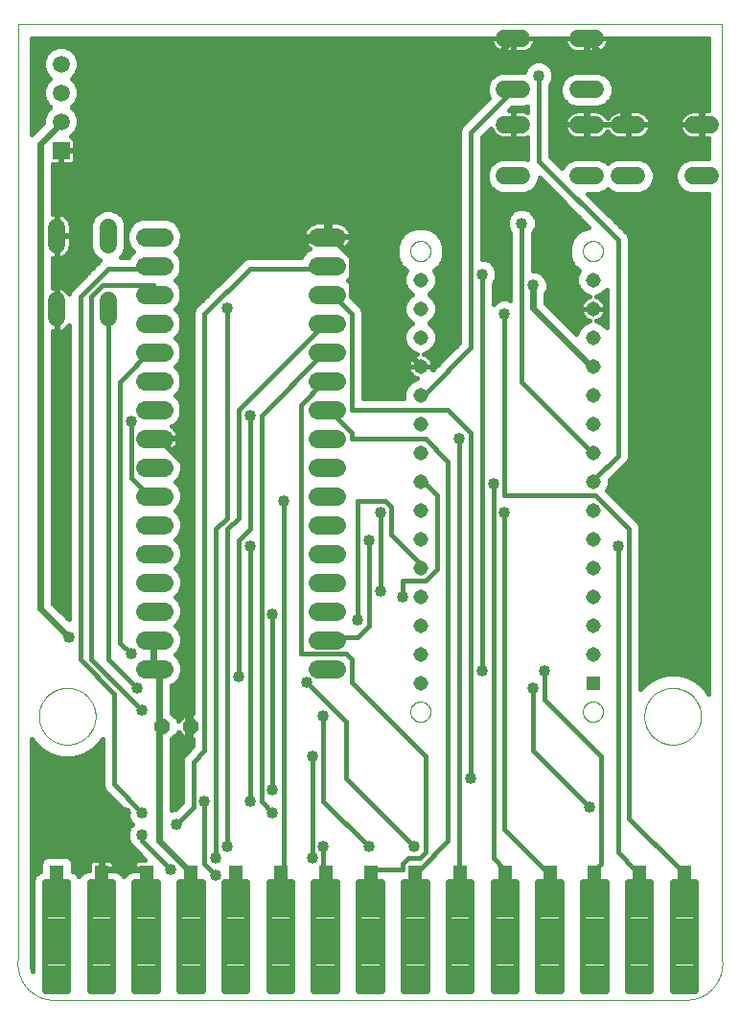
<source format=gbl>
G75*
%MOIN*%
%OFA0B0*%
%FSLAX25Y25*%
%IPPOS*%
%LPD*%
%AMOC8*
5,1,8,0,0,1.08239X$1,22.5*
%
%ADD10C,0.00000*%
%ADD11R,0.05000X0.05000*%
%ADD12C,0.02047*%
%ADD13C,0.06496*%
%ADD14OC8,0.05200*%
%ADD15R,0.05150X0.05150*%
%ADD16C,0.05150*%
%ADD17R,0.05937X0.05937*%
%ADD18C,0.05937*%
%ADD19C,0.06000*%
%ADD20C,0.01600*%
%ADD21C,0.04000*%
%ADD22C,0.02400*%
D10*
X0067595Y0047713D02*
X0067595Y0372634D01*
X0312516Y0372634D01*
X0312516Y0047713D01*
X0312517Y0047713D02*
X0312543Y0047410D01*
X0312563Y0047106D01*
X0312574Y0046802D01*
X0312579Y0046498D01*
X0312576Y0046194D01*
X0312566Y0045889D01*
X0312548Y0045586D01*
X0312524Y0045282D01*
X0312491Y0044980D01*
X0312452Y0044678D01*
X0312405Y0044377D01*
X0312351Y0044078D01*
X0312290Y0043780D01*
X0312221Y0043483D01*
X0312146Y0043189D01*
X0312063Y0042896D01*
X0311973Y0042605D01*
X0311877Y0042317D01*
X0311773Y0042030D01*
X0311663Y0041747D01*
X0311545Y0041466D01*
X0311421Y0041188D01*
X0311290Y0040914D01*
X0311153Y0040642D01*
X0311009Y0040374D01*
X0310859Y0040109D01*
X0310702Y0039849D01*
X0310539Y0039592D01*
X0310370Y0039339D01*
X0310195Y0039090D01*
X0310013Y0038845D01*
X0309826Y0038605D01*
X0309634Y0038370D01*
X0309435Y0038139D01*
X0309231Y0037913D01*
X0309022Y0037692D01*
X0308808Y0037477D01*
X0308588Y0037266D01*
X0308363Y0037061D01*
X0308133Y0036861D01*
X0307899Y0036667D01*
X0307660Y0036479D01*
X0307417Y0036296D01*
X0307169Y0036120D01*
X0306917Y0035949D01*
X0306661Y0035785D01*
X0306401Y0035627D01*
X0306137Y0035475D01*
X0305870Y0035330D01*
X0305599Y0035191D01*
X0305325Y0035058D01*
X0305048Y0034933D01*
X0304768Y0034814D01*
X0304485Y0034702D01*
X0304199Y0034596D01*
X0303911Y0034498D01*
X0303621Y0034407D01*
X0303329Y0034322D01*
X0303034Y0034245D01*
X0302738Y0034175D01*
X0302440Y0034112D01*
X0302141Y0034057D01*
X0301841Y0034008D01*
X0301539Y0033967D01*
X0301237Y0033933D01*
X0078875Y0033933D01*
X0078568Y0033968D01*
X0078262Y0034010D01*
X0077957Y0034059D01*
X0077653Y0034116D01*
X0077351Y0034180D01*
X0077050Y0034252D01*
X0076751Y0034331D01*
X0076455Y0034418D01*
X0076160Y0034512D01*
X0075868Y0034612D01*
X0075578Y0034720D01*
X0075292Y0034836D01*
X0075008Y0034958D01*
X0074727Y0035087D01*
X0074449Y0035223D01*
X0074175Y0035365D01*
X0073905Y0035515D01*
X0073638Y0035671D01*
X0073375Y0035833D01*
X0073116Y0036002D01*
X0072861Y0036177D01*
X0072611Y0036358D01*
X0072365Y0036546D01*
X0072124Y0036739D01*
X0071888Y0036939D01*
X0071657Y0037144D01*
X0071431Y0037354D01*
X0071210Y0037570D01*
X0070994Y0037792D01*
X0070784Y0038018D01*
X0070580Y0038250D01*
X0070381Y0038487D01*
X0070188Y0038729D01*
X0070002Y0038975D01*
X0069821Y0039225D01*
X0069646Y0039480D01*
X0069478Y0039740D01*
X0069316Y0040003D01*
X0069161Y0040270D01*
X0069012Y0040541D01*
X0068870Y0040816D01*
X0068735Y0041094D01*
X0068607Y0041375D01*
X0068485Y0041659D01*
X0068371Y0041946D01*
X0068264Y0042236D01*
X0068164Y0042528D01*
X0068071Y0042823D01*
X0067985Y0043120D01*
X0067907Y0043419D01*
X0067835Y0043720D01*
X0067772Y0044022D01*
X0067716Y0044326D01*
X0067667Y0044631D01*
X0067626Y0044937D01*
X0067592Y0045245D01*
X0067566Y0045553D01*
X0067547Y0045861D01*
X0067536Y0046170D01*
X0067533Y0046479D01*
X0067537Y0046788D01*
X0067549Y0047097D01*
X0067568Y0047405D01*
X0067595Y0047713D01*
X0074937Y0132358D02*
X0074940Y0132600D01*
X0074949Y0132841D01*
X0074964Y0133082D01*
X0074984Y0133323D01*
X0075011Y0133563D01*
X0075044Y0133802D01*
X0075082Y0134041D01*
X0075126Y0134278D01*
X0075176Y0134515D01*
X0075232Y0134750D01*
X0075294Y0134983D01*
X0075361Y0135215D01*
X0075434Y0135446D01*
X0075512Y0135674D01*
X0075597Y0135900D01*
X0075686Y0136125D01*
X0075781Y0136347D01*
X0075882Y0136566D01*
X0075988Y0136784D01*
X0076099Y0136998D01*
X0076216Y0137210D01*
X0076337Y0137418D01*
X0076464Y0137624D01*
X0076596Y0137826D01*
X0076733Y0138026D01*
X0076874Y0138221D01*
X0077020Y0138414D01*
X0077171Y0138602D01*
X0077327Y0138787D01*
X0077487Y0138968D01*
X0077651Y0139145D01*
X0077820Y0139318D01*
X0077993Y0139487D01*
X0078170Y0139651D01*
X0078351Y0139811D01*
X0078536Y0139967D01*
X0078724Y0140118D01*
X0078917Y0140264D01*
X0079112Y0140405D01*
X0079312Y0140542D01*
X0079514Y0140674D01*
X0079720Y0140801D01*
X0079928Y0140922D01*
X0080140Y0141039D01*
X0080354Y0141150D01*
X0080572Y0141256D01*
X0080791Y0141357D01*
X0081013Y0141452D01*
X0081238Y0141541D01*
X0081464Y0141626D01*
X0081692Y0141704D01*
X0081923Y0141777D01*
X0082155Y0141844D01*
X0082388Y0141906D01*
X0082623Y0141962D01*
X0082860Y0142012D01*
X0083097Y0142056D01*
X0083336Y0142094D01*
X0083575Y0142127D01*
X0083815Y0142154D01*
X0084056Y0142174D01*
X0084297Y0142189D01*
X0084538Y0142198D01*
X0084780Y0142201D01*
X0085022Y0142198D01*
X0085263Y0142189D01*
X0085504Y0142174D01*
X0085745Y0142154D01*
X0085985Y0142127D01*
X0086224Y0142094D01*
X0086463Y0142056D01*
X0086700Y0142012D01*
X0086937Y0141962D01*
X0087172Y0141906D01*
X0087405Y0141844D01*
X0087637Y0141777D01*
X0087868Y0141704D01*
X0088096Y0141626D01*
X0088322Y0141541D01*
X0088547Y0141452D01*
X0088769Y0141357D01*
X0088988Y0141256D01*
X0089206Y0141150D01*
X0089420Y0141039D01*
X0089632Y0140922D01*
X0089840Y0140801D01*
X0090046Y0140674D01*
X0090248Y0140542D01*
X0090448Y0140405D01*
X0090643Y0140264D01*
X0090836Y0140118D01*
X0091024Y0139967D01*
X0091209Y0139811D01*
X0091390Y0139651D01*
X0091567Y0139487D01*
X0091740Y0139318D01*
X0091909Y0139145D01*
X0092073Y0138968D01*
X0092233Y0138787D01*
X0092389Y0138602D01*
X0092540Y0138414D01*
X0092686Y0138221D01*
X0092827Y0138026D01*
X0092964Y0137826D01*
X0093096Y0137624D01*
X0093223Y0137418D01*
X0093344Y0137210D01*
X0093461Y0136998D01*
X0093572Y0136784D01*
X0093678Y0136566D01*
X0093779Y0136347D01*
X0093874Y0136125D01*
X0093963Y0135900D01*
X0094048Y0135674D01*
X0094126Y0135446D01*
X0094199Y0135215D01*
X0094266Y0134983D01*
X0094328Y0134750D01*
X0094384Y0134515D01*
X0094434Y0134278D01*
X0094478Y0134041D01*
X0094516Y0133802D01*
X0094549Y0133563D01*
X0094576Y0133323D01*
X0094596Y0133082D01*
X0094611Y0132841D01*
X0094620Y0132600D01*
X0094623Y0132358D01*
X0094620Y0132116D01*
X0094611Y0131875D01*
X0094596Y0131634D01*
X0094576Y0131393D01*
X0094549Y0131153D01*
X0094516Y0130914D01*
X0094478Y0130675D01*
X0094434Y0130438D01*
X0094384Y0130201D01*
X0094328Y0129966D01*
X0094266Y0129733D01*
X0094199Y0129501D01*
X0094126Y0129270D01*
X0094048Y0129042D01*
X0093963Y0128816D01*
X0093874Y0128591D01*
X0093779Y0128369D01*
X0093678Y0128150D01*
X0093572Y0127932D01*
X0093461Y0127718D01*
X0093344Y0127506D01*
X0093223Y0127298D01*
X0093096Y0127092D01*
X0092964Y0126890D01*
X0092827Y0126690D01*
X0092686Y0126495D01*
X0092540Y0126302D01*
X0092389Y0126114D01*
X0092233Y0125929D01*
X0092073Y0125748D01*
X0091909Y0125571D01*
X0091740Y0125398D01*
X0091567Y0125229D01*
X0091390Y0125065D01*
X0091209Y0124905D01*
X0091024Y0124749D01*
X0090836Y0124598D01*
X0090643Y0124452D01*
X0090448Y0124311D01*
X0090248Y0124174D01*
X0090046Y0124042D01*
X0089840Y0123915D01*
X0089632Y0123794D01*
X0089420Y0123677D01*
X0089206Y0123566D01*
X0088988Y0123460D01*
X0088769Y0123359D01*
X0088547Y0123264D01*
X0088322Y0123175D01*
X0088096Y0123090D01*
X0087868Y0123012D01*
X0087637Y0122939D01*
X0087405Y0122872D01*
X0087172Y0122810D01*
X0086937Y0122754D01*
X0086700Y0122704D01*
X0086463Y0122660D01*
X0086224Y0122622D01*
X0085985Y0122589D01*
X0085745Y0122562D01*
X0085504Y0122542D01*
X0085263Y0122527D01*
X0085022Y0122518D01*
X0084780Y0122515D01*
X0084538Y0122518D01*
X0084297Y0122527D01*
X0084056Y0122542D01*
X0083815Y0122562D01*
X0083575Y0122589D01*
X0083336Y0122622D01*
X0083097Y0122660D01*
X0082860Y0122704D01*
X0082623Y0122754D01*
X0082388Y0122810D01*
X0082155Y0122872D01*
X0081923Y0122939D01*
X0081692Y0123012D01*
X0081464Y0123090D01*
X0081238Y0123175D01*
X0081013Y0123264D01*
X0080791Y0123359D01*
X0080572Y0123460D01*
X0080354Y0123566D01*
X0080140Y0123677D01*
X0079928Y0123794D01*
X0079720Y0123915D01*
X0079514Y0124042D01*
X0079312Y0124174D01*
X0079112Y0124311D01*
X0078917Y0124452D01*
X0078724Y0124598D01*
X0078536Y0124749D01*
X0078351Y0124905D01*
X0078170Y0125065D01*
X0077993Y0125229D01*
X0077820Y0125398D01*
X0077651Y0125571D01*
X0077487Y0125748D01*
X0077327Y0125929D01*
X0077171Y0126114D01*
X0077020Y0126302D01*
X0076874Y0126495D01*
X0076733Y0126690D01*
X0076596Y0126890D01*
X0076464Y0127092D01*
X0076337Y0127298D01*
X0076216Y0127506D01*
X0076099Y0127718D01*
X0075988Y0127932D01*
X0075882Y0128150D01*
X0075781Y0128369D01*
X0075686Y0128591D01*
X0075597Y0128816D01*
X0075512Y0129042D01*
X0075434Y0129270D01*
X0075361Y0129501D01*
X0075294Y0129733D01*
X0075232Y0129966D01*
X0075176Y0130201D01*
X0075126Y0130438D01*
X0075082Y0130675D01*
X0075044Y0130914D01*
X0075011Y0131153D01*
X0074984Y0131393D01*
X0074964Y0131634D01*
X0074949Y0131875D01*
X0074940Y0132116D01*
X0074937Y0132358D01*
X0204095Y0133933D02*
X0204097Y0134051D01*
X0204103Y0134169D01*
X0204113Y0134287D01*
X0204127Y0134404D01*
X0204145Y0134521D01*
X0204167Y0134638D01*
X0204192Y0134753D01*
X0204222Y0134867D01*
X0204256Y0134981D01*
X0204293Y0135093D01*
X0204334Y0135204D01*
X0204379Y0135313D01*
X0204427Y0135421D01*
X0204479Y0135527D01*
X0204535Y0135632D01*
X0204594Y0135734D01*
X0204656Y0135834D01*
X0204722Y0135932D01*
X0204791Y0136028D01*
X0204864Y0136122D01*
X0204939Y0136213D01*
X0205018Y0136301D01*
X0205099Y0136387D01*
X0205184Y0136470D01*
X0205271Y0136550D01*
X0205360Y0136627D01*
X0205453Y0136701D01*
X0205547Y0136771D01*
X0205644Y0136839D01*
X0205744Y0136903D01*
X0205845Y0136964D01*
X0205948Y0137021D01*
X0206054Y0137075D01*
X0206161Y0137126D01*
X0206269Y0137172D01*
X0206379Y0137215D01*
X0206491Y0137254D01*
X0206604Y0137290D01*
X0206718Y0137321D01*
X0206833Y0137349D01*
X0206948Y0137373D01*
X0207065Y0137393D01*
X0207182Y0137409D01*
X0207300Y0137421D01*
X0207418Y0137429D01*
X0207536Y0137433D01*
X0207654Y0137433D01*
X0207772Y0137429D01*
X0207890Y0137421D01*
X0208008Y0137409D01*
X0208125Y0137393D01*
X0208242Y0137373D01*
X0208357Y0137349D01*
X0208472Y0137321D01*
X0208586Y0137290D01*
X0208699Y0137254D01*
X0208811Y0137215D01*
X0208921Y0137172D01*
X0209029Y0137126D01*
X0209136Y0137075D01*
X0209242Y0137021D01*
X0209345Y0136964D01*
X0209446Y0136903D01*
X0209546Y0136839D01*
X0209643Y0136771D01*
X0209737Y0136701D01*
X0209830Y0136627D01*
X0209919Y0136550D01*
X0210006Y0136470D01*
X0210091Y0136387D01*
X0210172Y0136301D01*
X0210251Y0136213D01*
X0210326Y0136122D01*
X0210399Y0136028D01*
X0210468Y0135932D01*
X0210534Y0135834D01*
X0210596Y0135734D01*
X0210655Y0135632D01*
X0210711Y0135527D01*
X0210763Y0135421D01*
X0210811Y0135313D01*
X0210856Y0135204D01*
X0210897Y0135093D01*
X0210934Y0134981D01*
X0210968Y0134867D01*
X0210998Y0134753D01*
X0211023Y0134638D01*
X0211045Y0134521D01*
X0211063Y0134404D01*
X0211077Y0134287D01*
X0211087Y0134169D01*
X0211093Y0134051D01*
X0211095Y0133933D01*
X0211093Y0133815D01*
X0211087Y0133697D01*
X0211077Y0133579D01*
X0211063Y0133462D01*
X0211045Y0133345D01*
X0211023Y0133228D01*
X0210998Y0133113D01*
X0210968Y0132999D01*
X0210934Y0132885D01*
X0210897Y0132773D01*
X0210856Y0132662D01*
X0210811Y0132553D01*
X0210763Y0132445D01*
X0210711Y0132339D01*
X0210655Y0132234D01*
X0210596Y0132132D01*
X0210534Y0132032D01*
X0210468Y0131934D01*
X0210399Y0131838D01*
X0210326Y0131744D01*
X0210251Y0131653D01*
X0210172Y0131565D01*
X0210091Y0131479D01*
X0210006Y0131396D01*
X0209919Y0131316D01*
X0209830Y0131239D01*
X0209737Y0131165D01*
X0209643Y0131095D01*
X0209546Y0131027D01*
X0209446Y0130963D01*
X0209345Y0130902D01*
X0209242Y0130845D01*
X0209136Y0130791D01*
X0209029Y0130740D01*
X0208921Y0130694D01*
X0208811Y0130651D01*
X0208699Y0130612D01*
X0208586Y0130576D01*
X0208472Y0130545D01*
X0208357Y0130517D01*
X0208242Y0130493D01*
X0208125Y0130473D01*
X0208008Y0130457D01*
X0207890Y0130445D01*
X0207772Y0130437D01*
X0207654Y0130433D01*
X0207536Y0130433D01*
X0207418Y0130437D01*
X0207300Y0130445D01*
X0207182Y0130457D01*
X0207065Y0130473D01*
X0206948Y0130493D01*
X0206833Y0130517D01*
X0206718Y0130545D01*
X0206604Y0130576D01*
X0206491Y0130612D01*
X0206379Y0130651D01*
X0206269Y0130694D01*
X0206161Y0130740D01*
X0206054Y0130791D01*
X0205948Y0130845D01*
X0205845Y0130902D01*
X0205744Y0130963D01*
X0205644Y0131027D01*
X0205547Y0131095D01*
X0205453Y0131165D01*
X0205360Y0131239D01*
X0205271Y0131316D01*
X0205184Y0131396D01*
X0205099Y0131479D01*
X0205018Y0131565D01*
X0204939Y0131653D01*
X0204864Y0131744D01*
X0204791Y0131838D01*
X0204722Y0131934D01*
X0204656Y0132032D01*
X0204594Y0132132D01*
X0204535Y0132234D01*
X0204479Y0132339D01*
X0204427Y0132445D01*
X0204379Y0132553D01*
X0204334Y0132662D01*
X0204293Y0132773D01*
X0204256Y0132885D01*
X0204222Y0132999D01*
X0204192Y0133113D01*
X0204167Y0133228D01*
X0204145Y0133345D01*
X0204127Y0133462D01*
X0204113Y0133579D01*
X0204103Y0133697D01*
X0204097Y0133815D01*
X0204095Y0133933D01*
X0264095Y0133933D02*
X0264097Y0134051D01*
X0264103Y0134169D01*
X0264113Y0134287D01*
X0264127Y0134404D01*
X0264145Y0134521D01*
X0264167Y0134638D01*
X0264192Y0134753D01*
X0264222Y0134867D01*
X0264256Y0134981D01*
X0264293Y0135093D01*
X0264334Y0135204D01*
X0264379Y0135313D01*
X0264427Y0135421D01*
X0264479Y0135527D01*
X0264535Y0135632D01*
X0264594Y0135734D01*
X0264656Y0135834D01*
X0264722Y0135932D01*
X0264791Y0136028D01*
X0264864Y0136122D01*
X0264939Y0136213D01*
X0265018Y0136301D01*
X0265099Y0136387D01*
X0265184Y0136470D01*
X0265271Y0136550D01*
X0265360Y0136627D01*
X0265453Y0136701D01*
X0265547Y0136771D01*
X0265644Y0136839D01*
X0265744Y0136903D01*
X0265845Y0136964D01*
X0265948Y0137021D01*
X0266054Y0137075D01*
X0266161Y0137126D01*
X0266269Y0137172D01*
X0266379Y0137215D01*
X0266491Y0137254D01*
X0266604Y0137290D01*
X0266718Y0137321D01*
X0266833Y0137349D01*
X0266948Y0137373D01*
X0267065Y0137393D01*
X0267182Y0137409D01*
X0267300Y0137421D01*
X0267418Y0137429D01*
X0267536Y0137433D01*
X0267654Y0137433D01*
X0267772Y0137429D01*
X0267890Y0137421D01*
X0268008Y0137409D01*
X0268125Y0137393D01*
X0268242Y0137373D01*
X0268357Y0137349D01*
X0268472Y0137321D01*
X0268586Y0137290D01*
X0268699Y0137254D01*
X0268811Y0137215D01*
X0268921Y0137172D01*
X0269029Y0137126D01*
X0269136Y0137075D01*
X0269242Y0137021D01*
X0269345Y0136964D01*
X0269446Y0136903D01*
X0269546Y0136839D01*
X0269643Y0136771D01*
X0269737Y0136701D01*
X0269830Y0136627D01*
X0269919Y0136550D01*
X0270006Y0136470D01*
X0270091Y0136387D01*
X0270172Y0136301D01*
X0270251Y0136213D01*
X0270326Y0136122D01*
X0270399Y0136028D01*
X0270468Y0135932D01*
X0270534Y0135834D01*
X0270596Y0135734D01*
X0270655Y0135632D01*
X0270711Y0135527D01*
X0270763Y0135421D01*
X0270811Y0135313D01*
X0270856Y0135204D01*
X0270897Y0135093D01*
X0270934Y0134981D01*
X0270968Y0134867D01*
X0270998Y0134753D01*
X0271023Y0134638D01*
X0271045Y0134521D01*
X0271063Y0134404D01*
X0271077Y0134287D01*
X0271087Y0134169D01*
X0271093Y0134051D01*
X0271095Y0133933D01*
X0271093Y0133815D01*
X0271087Y0133697D01*
X0271077Y0133579D01*
X0271063Y0133462D01*
X0271045Y0133345D01*
X0271023Y0133228D01*
X0270998Y0133113D01*
X0270968Y0132999D01*
X0270934Y0132885D01*
X0270897Y0132773D01*
X0270856Y0132662D01*
X0270811Y0132553D01*
X0270763Y0132445D01*
X0270711Y0132339D01*
X0270655Y0132234D01*
X0270596Y0132132D01*
X0270534Y0132032D01*
X0270468Y0131934D01*
X0270399Y0131838D01*
X0270326Y0131744D01*
X0270251Y0131653D01*
X0270172Y0131565D01*
X0270091Y0131479D01*
X0270006Y0131396D01*
X0269919Y0131316D01*
X0269830Y0131239D01*
X0269737Y0131165D01*
X0269643Y0131095D01*
X0269546Y0131027D01*
X0269446Y0130963D01*
X0269345Y0130902D01*
X0269242Y0130845D01*
X0269136Y0130791D01*
X0269029Y0130740D01*
X0268921Y0130694D01*
X0268811Y0130651D01*
X0268699Y0130612D01*
X0268586Y0130576D01*
X0268472Y0130545D01*
X0268357Y0130517D01*
X0268242Y0130493D01*
X0268125Y0130473D01*
X0268008Y0130457D01*
X0267890Y0130445D01*
X0267772Y0130437D01*
X0267654Y0130433D01*
X0267536Y0130433D01*
X0267418Y0130437D01*
X0267300Y0130445D01*
X0267182Y0130457D01*
X0267065Y0130473D01*
X0266948Y0130493D01*
X0266833Y0130517D01*
X0266718Y0130545D01*
X0266604Y0130576D01*
X0266491Y0130612D01*
X0266379Y0130651D01*
X0266269Y0130694D01*
X0266161Y0130740D01*
X0266054Y0130791D01*
X0265948Y0130845D01*
X0265845Y0130902D01*
X0265744Y0130963D01*
X0265644Y0131027D01*
X0265547Y0131095D01*
X0265453Y0131165D01*
X0265360Y0131239D01*
X0265271Y0131316D01*
X0265184Y0131396D01*
X0265099Y0131479D01*
X0265018Y0131565D01*
X0264939Y0131653D01*
X0264864Y0131744D01*
X0264791Y0131838D01*
X0264722Y0131934D01*
X0264656Y0132032D01*
X0264594Y0132132D01*
X0264535Y0132234D01*
X0264479Y0132339D01*
X0264427Y0132445D01*
X0264379Y0132553D01*
X0264334Y0132662D01*
X0264293Y0132773D01*
X0264256Y0132885D01*
X0264222Y0132999D01*
X0264192Y0133113D01*
X0264167Y0133228D01*
X0264145Y0133345D01*
X0264127Y0133462D01*
X0264113Y0133579D01*
X0264103Y0133697D01*
X0264097Y0133815D01*
X0264095Y0133933D01*
X0285488Y0132358D02*
X0285491Y0132600D01*
X0285500Y0132841D01*
X0285515Y0133082D01*
X0285535Y0133323D01*
X0285562Y0133563D01*
X0285595Y0133802D01*
X0285633Y0134041D01*
X0285677Y0134278D01*
X0285727Y0134515D01*
X0285783Y0134750D01*
X0285845Y0134983D01*
X0285912Y0135215D01*
X0285985Y0135446D01*
X0286063Y0135674D01*
X0286148Y0135900D01*
X0286237Y0136125D01*
X0286332Y0136347D01*
X0286433Y0136566D01*
X0286539Y0136784D01*
X0286650Y0136998D01*
X0286767Y0137210D01*
X0286888Y0137418D01*
X0287015Y0137624D01*
X0287147Y0137826D01*
X0287284Y0138026D01*
X0287425Y0138221D01*
X0287571Y0138414D01*
X0287722Y0138602D01*
X0287878Y0138787D01*
X0288038Y0138968D01*
X0288202Y0139145D01*
X0288371Y0139318D01*
X0288544Y0139487D01*
X0288721Y0139651D01*
X0288902Y0139811D01*
X0289087Y0139967D01*
X0289275Y0140118D01*
X0289468Y0140264D01*
X0289663Y0140405D01*
X0289863Y0140542D01*
X0290065Y0140674D01*
X0290271Y0140801D01*
X0290479Y0140922D01*
X0290691Y0141039D01*
X0290905Y0141150D01*
X0291123Y0141256D01*
X0291342Y0141357D01*
X0291564Y0141452D01*
X0291789Y0141541D01*
X0292015Y0141626D01*
X0292243Y0141704D01*
X0292474Y0141777D01*
X0292706Y0141844D01*
X0292939Y0141906D01*
X0293174Y0141962D01*
X0293411Y0142012D01*
X0293648Y0142056D01*
X0293887Y0142094D01*
X0294126Y0142127D01*
X0294366Y0142154D01*
X0294607Y0142174D01*
X0294848Y0142189D01*
X0295089Y0142198D01*
X0295331Y0142201D01*
X0295573Y0142198D01*
X0295814Y0142189D01*
X0296055Y0142174D01*
X0296296Y0142154D01*
X0296536Y0142127D01*
X0296775Y0142094D01*
X0297014Y0142056D01*
X0297251Y0142012D01*
X0297488Y0141962D01*
X0297723Y0141906D01*
X0297956Y0141844D01*
X0298188Y0141777D01*
X0298419Y0141704D01*
X0298647Y0141626D01*
X0298873Y0141541D01*
X0299098Y0141452D01*
X0299320Y0141357D01*
X0299539Y0141256D01*
X0299757Y0141150D01*
X0299971Y0141039D01*
X0300183Y0140922D01*
X0300391Y0140801D01*
X0300597Y0140674D01*
X0300799Y0140542D01*
X0300999Y0140405D01*
X0301194Y0140264D01*
X0301387Y0140118D01*
X0301575Y0139967D01*
X0301760Y0139811D01*
X0301941Y0139651D01*
X0302118Y0139487D01*
X0302291Y0139318D01*
X0302460Y0139145D01*
X0302624Y0138968D01*
X0302784Y0138787D01*
X0302940Y0138602D01*
X0303091Y0138414D01*
X0303237Y0138221D01*
X0303378Y0138026D01*
X0303515Y0137826D01*
X0303647Y0137624D01*
X0303774Y0137418D01*
X0303895Y0137210D01*
X0304012Y0136998D01*
X0304123Y0136784D01*
X0304229Y0136566D01*
X0304330Y0136347D01*
X0304425Y0136125D01*
X0304514Y0135900D01*
X0304599Y0135674D01*
X0304677Y0135446D01*
X0304750Y0135215D01*
X0304817Y0134983D01*
X0304879Y0134750D01*
X0304935Y0134515D01*
X0304985Y0134278D01*
X0305029Y0134041D01*
X0305067Y0133802D01*
X0305100Y0133563D01*
X0305127Y0133323D01*
X0305147Y0133082D01*
X0305162Y0132841D01*
X0305171Y0132600D01*
X0305174Y0132358D01*
X0305171Y0132116D01*
X0305162Y0131875D01*
X0305147Y0131634D01*
X0305127Y0131393D01*
X0305100Y0131153D01*
X0305067Y0130914D01*
X0305029Y0130675D01*
X0304985Y0130438D01*
X0304935Y0130201D01*
X0304879Y0129966D01*
X0304817Y0129733D01*
X0304750Y0129501D01*
X0304677Y0129270D01*
X0304599Y0129042D01*
X0304514Y0128816D01*
X0304425Y0128591D01*
X0304330Y0128369D01*
X0304229Y0128150D01*
X0304123Y0127932D01*
X0304012Y0127718D01*
X0303895Y0127506D01*
X0303774Y0127298D01*
X0303647Y0127092D01*
X0303515Y0126890D01*
X0303378Y0126690D01*
X0303237Y0126495D01*
X0303091Y0126302D01*
X0302940Y0126114D01*
X0302784Y0125929D01*
X0302624Y0125748D01*
X0302460Y0125571D01*
X0302291Y0125398D01*
X0302118Y0125229D01*
X0301941Y0125065D01*
X0301760Y0124905D01*
X0301575Y0124749D01*
X0301387Y0124598D01*
X0301194Y0124452D01*
X0300999Y0124311D01*
X0300799Y0124174D01*
X0300597Y0124042D01*
X0300391Y0123915D01*
X0300183Y0123794D01*
X0299971Y0123677D01*
X0299757Y0123566D01*
X0299539Y0123460D01*
X0299320Y0123359D01*
X0299098Y0123264D01*
X0298873Y0123175D01*
X0298647Y0123090D01*
X0298419Y0123012D01*
X0298188Y0122939D01*
X0297956Y0122872D01*
X0297723Y0122810D01*
X0297488Y0122754D01*
X0297251Y0122704D01*
X0297014Y0122660D01*
X0296775Y0122622D01*
X0296536Y0122589D01*
X0296296Y0122562D01*
X0296055Y0122542D01*
X0295814Y0122527D01*
X0295573Y0122518D01*
X0295331Y0122515D01*
X0295089Y0122518D01*
X0294848Y0122527D01*
X0294607Y0122542D01*
X0294366Y0122562D01*
X0294126Y0122589D01*
X0293887Y0122622D01*
X0293648Y0122660D01*
X0293411Y0122704D01*
X0293174Y0122754D01*
X0292939Y0122810D01*
X0292706Y0122872D01*
X0292474Y0122939D01*
X0292243Y0123012D01*
X0292015Y0123090D01*
X0291789Y0123175D01*
X0291564Y0123264D01*
X0291342Y0123359D01*
X0291123Y0123460D01*
X0290905Y0123566D01*
X0290691Y0123677D01*
X0290479Y0123794D01*
X0290271Y0123915D01*
X0290065Y0124042D01*
X0289863Y0124174D01*
X0289663Y0124311D01*
X0289468Y0124452D01*
X0289275Y0124598D01*
X0289087Y0124749D01*
X0288902Y0124905D01*
X0288721Y0125065D01*
X0288544Y0125229D01*
X0288371Y0125398D01*
X0288202Y0125571D01*
X0288038Y0125748D01*
X0287878Y0125929D01*
X0287722Y0126114D01*
X0287571Y0126302D01*
X0287425Y0126495D01*
X0287284Y0126690D01*
X0287147Y0126890D01*
X0287015Y0127092D01*
X0286888Y0127298D01*
X0286767Y0127506D01*
X0286650Y0127718D01*
X0286539Y0127932D01*
X0286433Y0128150D01*
X0286332Y0128369D01*
X0286237Y0128591D01*
X0286148Y0128816D01*
X0286063Y0129042D01*
X0285985Y0129270D01*
X0285912Y0129501D01*
X0285845Y0129733D01*
X0285783Y0129966D01*
X0285727Y0130201D01*
X0285677Y0130438D01*
X0285633Y0130675D01*
X0285595Y0130914D01*
X0285562Y0131153D01*
X0285535Y0131393D01*
X0285515Y0131634D01*
X0285500Y0131875D01*
X0285491Y0132116D01*
X0285488Y0132358D01*
X0264095Y0293933D02*
X0264097Y0294051D01*
X0264103Y0294169D01*
X0264113Y0294287D01*
X0264127Y0294404D01*
X0264145Y0294521D01*
X0264167Y0294638D01*
X0264192Y0294753D01*
X0264222Y0294867D01*
X0264256Y0294981D01*
X0264293Y0295093D01*
X0264334Y0295204D01*
X0264379Y0295313D01*
X0264427Y0295421D01*
X0264479Y0295527D01*
X0264535Y0295632D01*
X0264594Y0295734D01*
X0264656Y0295834D01*
X0264722Y0295932D01*
X0264791Y0296028D01*
X0264864Y0296122D01*
X0264939Y0296213D01*
X0265018Y0296301D01*
X0265099Y0296387D01*
X0265184Y0296470D01*
X0265271Y0296550D01*
X0265360Y0296627D01*
X0265453Y0296701D01*
X0265547Y0296771D01*
X0265644Y0296839D01*
X0265744Y0296903D01*
X0265845Y0296964D01*
X0265948Y0297021D01*
X0266054Y0297075D01*
X0266161Y0297126D01*
X0266269Y0297172D01*
X0266379Y0297215D01*
X0266491Y0297254D01*
X0266604Y0297290D01*
X0266718Y0297321D01*
X0266833Y0297349D01*
X0266948Y0297373D01*
X0267065Y0297393D01*
X0267182Y0297409D01*
X0267300Y0297421D01*
X0267418Y0297429D01*
X0267536Y0297433D01*
X0267654Y0297433D01*
X0267772Y0297429D01*
X0267890Y0297421D01*
X0268008Y0297409D01*
X0268125Y0297393D01*
X0268242Y0297373D01*
X0268357Y0297349D01*
X0268472Y0297321D01*
X0268586Y0297290D01*
X0268699Y0297254D01*
X0268811Y0297215D01*
X0268921Y0297172D01*
X0269029Y0297126D01*
X0269136Y0297075D01*
X0269242Y0297021D01*
X0269345Y0296964D01*
X0269446Y0296903D01*
X0269546Y0296839D01*
X0269643Y0296771D01*
X0269737Y0296701D01*
X0269830Y0296627D01*
X0269919Y0296550D01*
X0270006Y0296470D01*
X0270091Y0296387D01*
X0270172Y0296301D01*
X0270251Y0296213D01*
X0270326Y0296122D01*
X0270399Y0296028D01*
X0270468Y0295932D01*
X0270534Y0295834D01*
X0270596Y0295734D01*
X0270655Y0295632D01*
X0270711Y0295527D01*
X0270763Y0295421D01*
X0270811Y0295313D01*
X0270856Y0295204D01*
X0270897Y0295093D01*
X0270934Y0294981D01*
X0270968Y0294867D01*
X0270998Y0294753D01*
X0271023Y0294638D01*
X0271045Y0294521D01*
X0271063Y0294404D01*
X0271077Y0294287D01*
X0271087Y0294169D01*
X0271093Y0294051D01*
X0271095Y0293933D01*
X0271093Y0293815D01*
X0271087Y0293697D01*
X0271077Y0293579D01*
X0271063Y0293462D01*
X0271045Y0293345D01*
X0271023Y0293228D01*
X0270998Y0293113D01*
X0270968Y0292999D01*
X0270934Y0292885D01*
X0270897Y0292773D01*
X0270856Y0292662D01*
X0270811Y0292553D01*
X0270763Y0292445D01*
X0270711Y0292339D01*
X0270655Y0292234D01*
X0270596Y0292132D01*
X0270534Y0292032D01*
X0270468Y0291934D01*
X0270399Y0291838D01*
X0270326Y0291744D01*
X0270251Y0291653D01*
X0270172Y0291565D01*
X0270091Y0291479D01*
X0270006Y0291396D01*
X0269919Y0291316D01*
X0269830Y0291239D01*
X0269737Y0291165D01*
X0269643Y0291095D01*
X0269546Y0291027D01*
X0269446Y0290963D01*
X0269345Y0290902D01*
X0269242Y0290845D01*
X0269136Y0290791D01*
X0269029Y0290740D01*
X0268921Y0290694D01*
X0268811Y0290651D01*
X0268699Y0290612D01*
X0268586Y0290576D01*
X0268472Y0290545D01*
X0268357Y0290517D01*
X0268242Y0290493D01*
X0268125Y0290473D01*
X0268008Y0290457D01*
X0267890Y0290445D01*
X0267772Y0290437D01*
X0267654Y0290433D01*
X0267536Y0290433D01*
X0267418Y0290437D01*
X0267300Y0290445D01*
X0267182Y0290457D01*
X0267065Y0290473D01*
X0266948Y0290493D01*
X0266833Y0290517D01*
X0266718Y0290545D01*
X0266604Y0290576D01*
X0266491Y0290612D01*
X0266379Y0290651D01*
X0266269Y0290694D01*
X0266161Y0290740D01*
X0266054Y0290791D01*
X0265948Y0290845D01*
X0265845Y0290902D01*
X0265744Y0290963D01*
X0265644Y0291027D01*
X0265547Y0291095D01*
X0265453Y0291165D01*
X0265360Y0291239D01*
X0265271Y0291316D01*
X0265184Y0291396D01*
X0265099Y0291479D01*
X0265018Y0291565D01*
X0264939Y0291653D01*
X0264864Y0291744D01*
X0264791Y0291838D01*
X0264722Y0291934D01*
X0264656Y0292032D01*
X0264594Y0292132D01*
X0264535Y0292234D01*
X0264479Y0292339D01*
X0264427Y0292445D01*
X0264379Y0292553D01*
X0264334Y0292662D01*
X0264293Y0292773D01*
X0264256Y0292885D01*
X0264222Y0292999D01*
X0264192Y0293113D01*
X0264167Y0293228D01*
X0264145Y0293345D01*
X0264127Y0293462D01*
X0264113Y0293579D01*
X0264103Y0293697D01*
X0264097Y0293815D01*
X0264095Y0293933D01*
X0204095Y0293933D02*
X0204097Y0294051D01*
X0204103Y0294169D01*
X0204113Y0294287D01*
X0204127Y0294404D01*
X0204145Y0294521D01*
X0204167Y0294638D01*
X0204192Y0294753D01*
X0204222Y0294867D01*
X0204256Y0294981D01*
X0204293Y0295093D01*
X0204334Y0295204D01*
X0204379Y0295313D01*
X0204427Y0295421D01*
X0204479Y0295527D01*
X0204535Y0295632D01*
X0204594Y0295734D01*
X0204656Y0295834D01*
X0204722Y0295932D01*
X0204791Y0296028D01*
X0204864Y0296122D01*
X0204939Y0296213D01*
X0205018Y0296301D01*
X0205099Y0296387D01*
X0205184Y0296470D01*
X0205271Y0296550D01*
X0205360Y0296627D01*
X0205453Y0296701D01*
X0205547Y0296771D01*
X0205644Y0296839D01*
X0205744Y0296903D01*
X0205845Y0296964D01*
X0205948Y0297021D01*
X0206054Y0297075D01*
X0206161Y0297126D01*
X0206269Y0297172D01*
X0206379Y0297215D01*
X0206491Y0297254D01*
X0206604Y0297290D01*
X0206718Y0297321D01*
X0206833Y0297349D01*
X0206948Y0297373D01*
X0207065Y0297393D01*
X0207182Y0297409D01*
X0207300Y0297421D01*
X0207418Y0297429D01*
X0207536Y0297433D01*
X0207654Y0297433D01*
X0207772Y0297429D01*
X0207890Y0297421D01*
X0208008Y0297409D01*
X0208125Y0297393D01*
X0208242Y0297373D01*
X0208357Y0297349D01*
X0208472Y0297321D01*
X0208586Y0297290D01*
X0208699Y0297254D01*
X0208811Y0297215D01*
X0208921Y0297172D01*
X0209029Y0297126D01*
X0209136Y0297075D01*
X0209242Y0297021D01*
X0209345Y0296964D01*
X0209446Y0296903D01*
X0209546Y0296839D01*
X0209643Y0296771D01*
X0209737Y0296701D01*
X0209830Y0296627D01*
X0209919Y0296550D01*
X0210006Y0296470D01*
X0210091Y0296387D01*
X0210172Y0296301D01*
X0210251Y0296213D01*
X0210326Y0296122D01*
X0210399Y0296028D01*
X0210468Y0295932D01*
X0210534Y0295834D01*
X0210596Y0295734D01*
X0210655Y0295632D01*
X0210711Y0295527D01*
X0210763Y0295421D01*
X0210811Y0295313D01*
X0210856Y0295204D01*
X0210897Y0295093D01*
X0210934Y0294981D01*
X0210968Y0294867D01*
X0210998Y0294753D01*
X0211023Y0294638D01*
X0211045Y0294521D01*
X0211063Y0294404D01*
X0211077Y0294287D01*
X0211087Y0294169D01*
X0211093Y0294051D01*
X0211095Y0293933D01*
X0211093Y0293815D01*
X0211087Y0293697D01*
X0211077Y0293579D01*
X0211063Y0293462D01*
X0211045Y0293345D01*
X0211023Y0293228D01*
X0210998Y0293113D01*
X0210968Y0292999D01*
X0210934Y0292885D01*
X0210897Y0292773D01*
X0210856Y0292662D01*
X0210811Y0292553D01*
X0210763Y0292445D01*
X0210711Y0292339D01*
X0210655Y0292234D01*
X0210596Y0292132D01*
X0210534Y0292032D01*
X0210468Y0291934D01*
X0210399Y0291838D01*
X0210326Y0291744D01*
X0210251Y0291653D01*
X0210172Y0291565D01*
X0210091Y0291479D01*
X0210006Y0291396D01*
X0209919Y0291316D01*
X0209830Y0291239D01*
X0209737Y0291165D01*
X0209643Y0291095D01*
X0209546Y0291027D01*
X0209446Y0290963D01*
X0209345Y0290902D01*
X0209242Y0290845D01*
X0209136Y0290791D01*
X0209029Y0290740D01*
X0208921Y0290694D01*
X0208811Y0290651D01*
X0208699Y0290612D01*
X0208586Y0290576D01*
X0208472Y0290545D01*
X0208357Y0290517D01*
X0208242Y0290493D01*
X0208125Y0290473D01*
X0208008Y0290457D01*
X0207890Y0290445D01*
X0207772Y0290437D01*
X0207654Y0290433D01*
X0207536Y0290433D01*
X0207418Y0290437D01*
X0207300Y0290445D01*
X0207182Y0290457D01*
X0207065Y0290473D01*
X0206948Y0290493D01*
X0206833Y0290517D01*
X0206718Y0290545D01*
X0206604Y0290576D01*
X0206491Y0290612D01*
X0206379Y0290651D01*
X0206269Y0290694D01*
X0206161Y0290740D01*
X0206054Y0290791D01*
X0205948Y0290845D01*
X0205845Y0290902D01*
X0205744Y0290963D01*
X0205644Y0291027D01*
X0205547Y0291095D01*
X0205453Y0291165D01*
X0205360Y0291239D01*
X0205271Y0291316D01*
X0205184Y0291396D01*
X0205099Y0291479D01*
X0205018Y0291565D01*
X0204939Y0291653D01*
X0204864Y0291744D01*
X0204791Y0291838D01*
X0204722Y0291934D01*
X0204656Y0292032D01*
X0204594Y0292132D01*
X0204535Y0292234D01*
X0204479Y0292339D01*
X0204427Y0292445D01*
X0204379Y0292553D01*
X0204334Y0292662D01*
X0204293Y0292773D01*
X0204256Y0292885D01*
X0204222Y0292999D01*
X0204192Y0293113D01*
X0204167Y0293228D01*
X0204145Y0293345D01*
X0204127Y0293462D01*
X0204113Y0293579D01*
X0204103Y0293697D01*
X0204097Y0293815D01*
X0204095Y0293933D01*
D11*
X0205833Y0078211D03*
X0190243Y0078211D03*
X0174652Y0078211D03*
X0159061Y0078211D03*
X0143471Y0078211D03*
X0127880Y0078211D03*
X0112290Y0078211D03*
X0096699Y0078211D03*
X0081109Y0078211D03*
X0221424Y0078211D03*
X0237014Y0078211D03*
X0252605Y0078211D03*
X0268195Y0078211D03*
X0283786Y0078211D03*
X0299376Y0078211D03*
D12*
X0295281Y0074688D02*
X0295281Y0036734D01*
X0295281Y0074688D02*
X0303471Y0074688D01*
X0303471Y0036734D01*
X0295281Y0036734D01*
X0295281Y0038780D02*
X0303471Y0038780D01*
X0303471Y0040826D02*
X0295281Y0040826D01*
X0295281Y0042872D02*
X0303471Y0042872D01*
X0303471Y0044918D02*
X0295281Y0044918D01*
X0295281Y0046964D02*
X0303471Y0046964D01*
X0303471Y0049010D02*
X0295281Y0049010D01*
X0295281Y0051056D02*
X0303471Y0051056D01*
X0303471Y0053102D02*
X0295281Y0053102D01*
X0295281Y0055148D02*
X0303471Y0055148D01*
X0303471Y0057194D02*
X0295281Y0057194D01*
X0295281Y0059240D02*
X0303471Y0059240D01*
X0303471Y0061286D02*
X0295281Y0061286D01*
X0295281Y0063332D02*
X0303471Y0063332D01*
X0303471Y0065378D02*
X0295281Y0065378D01*
X0295281Y0067424D02*
X0303471Y0067424D01*
X0303471Y0069470D02*
X0295281Y0069470D01*
X0295281Y0071516D02*
X0303471Y0071516D01*
X0303471Y0073562D02*
X0295281Y0073562D01*
X0279691Y0074688D02*
X0279691Y0036734D01*
X0279691Y0074688D02*
X0287881Y0074688D01*
X0287881Y0036734D01*
X0279691Y0036734D01*
X0279691Y0038780D02*
X0287881Y0038780D01*
X0287881Y0040826D02*
X0279691Y0040826D01*
X0279691Y0042872D02*
X0287881Y0042872D01*
X0287881Y0044918D02*
X0279691Y0044918D01*
X0279691Y0046964D02*
X0287881Y0046964D01*
X0287881Y0049010D02*
X0279691Y0049010D01*
X0279691Y0051056D02*
X0287881Y0051056D01*
X0287881Y0053102D02*
X0279691Y0053102D01*
X0279691Y0055148D02*
X0287881Y0055148D01*
X0287881Y0057194D02*
X0279691Y0057194D01*
X0279691Y0059240D02*
X0287881Y0059240D01*
X0287881Y0061286D02*
X0279691Y0061286D01*
X0279691Y0063332D02*
X0287881Y0063332D01*
X0287881Y0065378D02*
X0279691Y0065378D01*
X0279691Y0067424D02*
X0287881Y0067424D01*
X0287881Y0069470D02*
X0279691Y0069470D01*
X0279691Y0071516D02*
X0287881Y0071516D01*
X0287881Y0073562D02*
X0279691Y0073562D01*
X0264100Y0074688D02*
X0264100Y0036734D01*
X0264100Y0074688D02*
X0272290Y0074688D01*
X0272290Y0036734D01*
X0264100Y0036734D01*
X0264100Y0038780D02*
X0272290Y0038780D01*
X0272290Y0040826D02*
X0264100Y0040826D01*
X0264100Y0042872D02*
X0272290Y0042872D01*
X0272290Y0044918D02*
X0264100Y0044918D01*
X0264100Y0046964D02*
X0272290Y0046964D01*
X0272290Y0049010D02*
X0264100Y0049010D01*
X0264100Y0051056D02*
X0272290Y0051056D01*
X0272290Y0053102D02*
X0264100Y0053102D01*
X0264100Y0055148D02*
X0272290Y0055148D01*
X0272290Y0057194D02*
X0264100Y0057194D01*
X0264100Y0059240D02*
X0272290Y0059240D01*
X0272290Y0061286D02*
X0264100Y0061286D01*
X0264100Y0063332D02*
X0272290Y0063332D01*
X0272290Y0065378D02*
X0264100Y0065378D01*
X0264100Y0067424D02*
X0272290Y0067424D01*
X0272290Y0069470D02*
X0264100Y0069470D01*
X0264100Y0071516D02*
X0272290Y0071516D01*
X0272290Y0073562D02*
X0264100Y0073562D01*
X0248510Y0074688D02*
X0248510Y0036734D01*
X0248510Y0074688D02*
X0256700Y0074688D01*
X0256700Y0036734D01*
X0248510Y0036734D01*
X0248510Y0038780D02*
X0256700Y0038780D01*
X0256700Y0040826D02*
X0248510Y0040826D01*
X0248510Y0042872D02*
X0256700Y0042872D01*
X0256700Y0044918D02*
X0248510Y0044918D01*
X0248510Y0046964D02*
X0256700Y0046964D01*
X0256700Y0049010D02*
X0248510Y0049010D01*
X0248510Y0051056D02*
X0256700Y0051056D01*
X0256700Y0053102D02*
X0248510Y0053102D01*
X0248510Y0055148D02*
X0256700Y0055148D01*
X0256700Y0057194D02*
X0248510Y0057194D01*
X0248510Y0059240D02*
X0256700Y0059240D01*
X0256700Y0061286D02*
X0248510Y0061286D01*
X0248510Y0063332D02*
X0256700Y0063332D01*
X0256700Y0065378D02*
X0248510Y0065378D01*
X0248510Y0067424D02*
X0256700Y0067424D01*
X0256700Y0069470D02*
X0248510Y0069470D01*
X0248510Y0071516D02*
X0256700Y0071516D01*
X0256700Y0073562D02*
X0248510Y0073562D01*
X0232919Y0074688D02*
X0232919Y0036734D01*
X0232919Y0074688D02*
X0241109Y0074688D01*
X0241109Y0036734D01*
X0232919Y0036734D01*
X0232919Y0038780D02*
X0241109Y0038780D01*
X0241109Y0040826D02*
X0232919Y0040826D01*
X0232919Y0042872D02*
X0241109Y0042872D01*
X0241109Y0044918D02*
X0232919Y0044918D01*
X0232919Y0046964D02*
X0241109Y0046964D01*
X0241109Y0049010D02*
X0232919Y0049010D01*
X0232919Y0051056D02*
X0241109Y0051056D01*
X0241109Y0053102D02*
X0232919Y0053102D01*
X0232919Y0055148D02*
X0241109Y0055148D01*
X0241109Y0057194D02*
X0232919Y0057194D01*
X0232919Y0059240D02*
X0241109Y0059240D01*
X0241109Y0061286D02*
X0232919Y0061286D01*
X0232919Y0063332D02*
X0241109Y0063332D01*
X0241109Y0065378D02*
X0232919Y0065378D01*
X0232919Y0067424D02*
X0241109Y0067424D01*
X0241109Y0069470D02*
X0232919Y0069470D01*
X0232919Y0071516D02*
X0241109Y0071516D01*
X0241109Y0073562D02*
X0232919Y0073562D01*
X0217329Y0074688D02*
X0217329Y0036734D01*
X0217329Y0074688D02*
X0225519Y0074688D01*
X0225519Y0036734D01*
X0217329Y0036734D01*
X0217329Y0038780D02*
X0225519Y0038780D01*
X0225519Y0040826D02*
X0217329Y0040826D01*
X0217329Y0042872D02*
X0225519Y0042872D01*
X0225519Y0044918D02*
X0217329Y0044918D01*
X0217329Y0046964D02*
X0225519Y0046964D01*
X0225519Y0049010D02*
X0217329Y0049010D01*
X0217329Y0051056D02*
X0225519Y0051056D01*
X0225519Y0053102D02*
X0217329Y0053102D01*
X0217329Y0055148D02*
X0225519Y0055148D01*
X0225519Y0057194D02*
X0217329Y0057194D01*
X0217329Y0059240D02*
X0225519Y0059240D01*
X0225519Y0061286D02*
X0217329Y0061286D01*
X0217329Y0063332D02*
X0225519Y0063332D01*
X0225519Y0065378D02*
X0217329Y0065378D01*
X0217329Y0067424D02*
X0225519Y0067424D01*
X0225519Y0069470D02*
X0217329Y0069470D01*
X0217329Y0071516D02*
X0225519Y0071516D01*
X0225519Y0073562D02*
X0217329Y0073562D01*
X0201738Y0074688D02*
X0201738Y0036734D01*
X0201738Y0074688D02*
X0209928Y0074688D01*
X0209928Y0036734D01*
X0201738Y0036734D01*
X0201738Y0038780D02*
X0209928Y0038780D01*
X0209928Y0040826D02*
X0201738Y0040826D01*
X0201738Y0042872D02*
X0209928Y0042872D01*
X0209928Y0044918D02*
X0201738Y0044918D01*
X0201738Y0046964D02*
X0209928Y0046964D01*
X0209928Y0049010D02*
X0201738Y0049010D01*
X0201738Y0051056D02*
X0209928Y0051056D01*
X0209928Y0053102D02*
X0201738Y0053102D01*
X0201738Y0055148D02*
X0209928Y0055148D01*
X0209928Y0057194D02*
X0201738Y0057194D01*
X0201738Y0059240D02*
X0209928Y0059240D01*
X0209928Y0061286D02*
X0201738Y0061286D01*
X0201738Y0063332D02*
X0209928Y0063332D01*
X0209928Y0065378D02*
X0201738Y0065378D01*
X0201738Y0067424D02*
X0209928Y0067424D01*
X0209928Y0069470D02*
X0201738Y0069470D01*
X0201738Y0071516D02*
X0209928Y0071516D01*
X0209928Y0073562D02*
X0201738Y0073562D01*
X0186148Y0074688D02*
X0186148Y0036734D01*
X0186148Y0074688D02*
X0194338Y0074688D01*
X0194338Y0036734D01*
X0186148Y0036734D01*
X0186148Y0038780D02*
X0194338Y0038780D01*
X0194338Y0040826D02*
X0186148Y0040826D01*
X0186148Y0042872D02*
X0194338Y0042872D01*
X0194338Y0044918D02*
X0186148Y0044918D01*
X0186148Y0046964D02*
X0194338Y0046964D01*
X0194338Y0049010D02*
X0186148Y0049010D01*
X0186148Y0051056D02*
X0194338Y0051056D01*
X0194338Y0053102D02*
X0186148Y0053102D01*
X0186148Y0055148D02*
X0194338Y0055148D01*
X0194338Y0057194D02*
X0186148Y0057194D01*
X0186148Y0059240D02*
X0194338Y0059240D01*
X0194338Y0061286D02*
X0186148Y0061286D01*
X0186148Y0063332D02*
X0194338Y0063332D01*
X0194338Y0065378D02*
X0186148Y0065378D01*
X0186148Y0067424D02*
X0194338Y0067424D01*
X0194338Y0069470D02*
X0186148Y0069470D01*
X0186148Y0071516D02*
X0194338Y0071516D01*
X0194338Y0073562D02*
X0186148Y0073562D01*
X0170557Y0074688D02*
X0170557Y0036734D01*
X0170557Y0074688D02*
X0178747Y0074688D01*
X0178747Y0036734D01*
X0170557Y0036734D01*
X0170557Y0038780D02*
X0178747Y0038780D01*
X0178747Y0040826D02*
X0170557Y0040826D01*
X0170557Y0042872D02*
X0178747Y0042872D01*
X0178747Y0044918D02*
X0170557Y0044918D01*
X0170557Y0046964D02*
X0178747Y0046964D01*
X0178747Y0049010D02*
X0170557Y0049010D01*
X0170557Y0051056D02*
X0178747Y0051056D01*
X0178747Y0053102D02*
X0170557Y0053102D01*
X0170557Y0055148D02*
X0178747Y0055148D01*
X0178747Y0057194D02*
X0170557Y0057194D01*
X0170557Y0059240D02*
X0178747Y0059240D01*
X0178747Y0061286D02*
X0170557Y0061286D01*
X0170557Y0063332D02*
X0178747Y0063332D01*
X0178747Y0065378D02*
X0170557Y0065378D01*
X0170557Y0067424D02*
X0178747Y0067424D01*
X0178747Y0069470D02*
X0170557Y0069470D01*
X0170557Y0071516D02*
X0178747Y0071516D01*
X0178747Y0073562D02*
X0170557Y0073562D01*
X0154966Y0074688D02*
X0154966Y0036734D01*
X0154966Y0074688D02*
X0163156Y0074688D01*
X0163156Y0036734D01*
X0154966Y0036734D01*
X0154966Y0038780D02*
X0163156Y0038780D01*
X0163156Y0040826D02*
X0154966Y0040826D01*
X0154966Y0042872D02*
X0163156Y0042872D01*
X0163156Y0044918D02*
X0154966Y0044918D01*
X0154966Y0046964D02*
X0163156Y0046964D01*
X0163156Y0049010D02*
X0154966Y0049010D01*
X0154966Y0051056D02*
X0163156Y0051056D01*
X0163156Y0053102D02*
X0154966Y0053102D01*
X0154966Y0055148D02*
X0163156Y0055148D01*
X0163156Y0057194D02*
X0154966Y0057194D01*
X0154966Y0059240D02*
X0163156Y0059240D01*
X0163156Y0061286D02*
X0154966Y0061286D01*
X0154966Y0063332D02*
X0163156Y0063332D01*
X0163156Y0065378D02*
X0154966Y0065378D01*
X0154966Y0067424D02*
X0163156Y0067424D01*
X0163156Y0069470D02*
X0154966Y0069470D01*
X0154966Y0071516D02*
X0163156Y0071516D01*
X0163156Y0073562D02*
X0154966Y0073562D01*
X0139376Y0074688D02*
X0139376Y0036734D01*
X0139376Y0074688D02*
X0147566Y0074688D01*
X0147566Y0036734D01*
X0139376Y0036734D01*
X0139376Y0038780D02*
X0147566Y0038780D01*
X0147566Y0040826D02*
X0139376Y0040826D01*
X0139376Y0042872D02*
X0147566Y0042872D01*
X0147566Y0044918D02*
X0139376Y0044918D01*
X0139376Y0046964D02*
X0147566Y0046964D01*
X0147566Y0049010D02*
X0139376Y0049010D01*
X0139376Y0051056D02*
X0147566Y0051056D01*
X0147566Y0053102D02*
X0139376Y0053102D01*
X0139376Y0055148D02*
X0147566Y0055148D01*
X0147566Y0057194D02*
X0139376Y0057194D01*
X0139376Y0059240D02*
X0147566Y0059240D01*
X0147566Y0061286D02*
X0139376Y0061286D01*
X0139376Y0063332D02*
X0147566Y0063332D01*
X0147566Y0065378D02*
X0139376Y0065378D01*
X0139376Y0067424D02*
X0147566Y0067424D01*
X0147566Y0069470D02*
X0139376Y0069470D01*
X0139376Y0071516D02*
X0147566Y0071516D01*
X0147566Y0073562D02*
X0139376Y0073562D01*
X0123785Y0074688D02*
X0123785Y0036734D01*
X0123785Y0074688D02*
X0131975Y0074688D01*
X0131975Y0036734D01*
X0123785Y0036734D01*
X0123785Y0038780D02*
X0131975Y0038780D01*
X0131975Y0040826D02*
X0123785Y0040826D01*
X0123785Y0042872D02*
X0131975Y0042872D01*
X0131975Y0044918D02*
X0123785Y0044918D01*
X0123785Y0046964D02*
X0131975Y0046964D01*
X0131975Y0049010D02*
X0123785Y0049010D01*
X0123785Y0051056D02*
X0131975Y0051056D01*
X0131975Y0053102D02*
X0123785Y0053102D01*
X0123785Y0055148D02*
X0131975Y0055148D01*
X0131975Y0057194D02*
X0123785Y0057194D01*
X0123785Y0059240D02*
X0131975Y0059240D01*
X0131975Y0061286D02*
X0123785Y0061286D01*
X0123785Y0063332D02*
X0131975Y0063332D01*
X0131975Y0065378D02*
X0123785Y0065378D01*
X0123785Y0067424D02*
X0131975Y0067424D01*
X0131975Y0069470D02*
X0123785Y0069470D01*
X0123785Y0071516D02*
X0131975Y0071516D01*
X0131975Y0073562D02*
X0123785Y0073562D01*
X0108195Y0074688D02*
X0108195Y0036734D01*
X0108195Y0074688D02*
X0116385Y0074688D01*
X0116385Y0036734D01*
X0108195Y0036734D01*
X0108195Y0038780D02*
X0116385Y0038780D01*
X0116385Y0040826D02*
X0108195Y0040826D01*
X0108195Y0042872D02*
X0116385Y0042872D01*
X0116385Y0044918D02*
X0108195Y0044918D01*
X0108195Y0046964D02*
X0116385Y0046964D01*
X0116385Y0049010D02*
X0108195Y0049010D01*
X0108195Y0051056D02*
X0116385Y0051056D01*
X0116385Y0053102D02*
X0108195Y0053102D01*
X0108195Y0055148D02*
X0116385Y0055148D01*
X0116385Y0057194D02*
X0108195Y0057194D01*
X0108195Y0059240D02*
X0116385Y0059240D01*
X0116385Y0061286D02*
X0108195Y0061286D01*
X0108195Y0063332D02*
X0116385Y0063332D01*
X0116385Y0065378D02*
X0108195Y0065378D01*
X0108195Y0067424D02*
X0116385Y0067424D01*
X0116385Y0069470D02*
X0108195Y0069470D01*
X0108195Y0071516D02*
X0116385Y0071516D01*
X0116385Y0073562D02*
X0108195Y0073562D01*
X0092604Y0074688D02*
X0092604Y0036734D01*
X0092604Y0074688D02*
X0100794Y0074688D01*
X0100794Y0036734D01*
X0092604Y0036734D01*
X0092604Y0038780D02*
X0100794Y0038780D01*
X0100794Y0040826D02*
X0092604Y0040826D01*
X0092604Y0042872D02*
X0100794Y0042872D01*
X0100794Y0044918D02*
X0092604Y0044918D01*
X0092604Y0046964D02*
X0100794Y0046964D01*
X0100794Y0049010D02*
X0092604Y0049010D01*
X0092604Y0051056D02*
X0100794Y0051056D01*
X0100794Y0053102D02*
X0092604Y0053102D01*
X0092604Y0055148D02*
X0100794Y0055148D01*
X0100794Y0057194D02*
X0092604Y0057194D01*
X0092604Y0059240D02*
X0100794Y0059240D01*
X0100794Y0061286D02*
X0092604Y0061286D01*
X0092604Y0063332D02*
X0100794Y0063332D01*
X0100794Y0065378D02*
X0092604Y0065378D01*
X0092604Y0067424D02*
X0100794Y0067424D01*
X0100794Y0069470D02*
X0092604Y0069470D01*
X0092604Y0071516D02*
X0100794Y0071516D01*
X0100794Y0073562D02*
X0092604Y0073562D01*
X0077014Y0074688D02*
X0077014Y0036734D01*
X0077014Y0074688D02*
X0085204Y0074688D01*
X0085204Y0036734D01*
X0077014Y0036734D01*
X0077014Y0038780D02*
X0085204Y0038780D01*
X0085204Y0040826D02*
X0077014Y0040826D01*
X0077014Y0042872D02*
X0085204Y0042872D01*
X0085204Y0044918D02*
X0077014Y0044918D01*
X0077014Y0046964D02*
X0085204Y0046964D01*
X0085204Y0049010D02*
X0077014Y0049010D01*
X0077014Y0051056D02*
X0085204Y0051056D01*
X0085204Y0053102D02*
X0077014Y0053102D01*
X0077014Y0055148D02*
X0085204Y0055148D01*
X0085204Y0057194D02*
X0077014Y0057194D01*
X0077014Y0059240D02*
X0085204Y0059240D01*
X0085204Y0061286D02*
X0077014Y0061286D01*
X0077014Y0063332D02*
X0085204Y0063332D01*
X0085204Y0065378D02*
X0077014Y0065378D01*
X0077014Y0067424D02*
X0085204Y0067424D01*
X0085204Y0069470D02*
X0077014Y0069470D01*
X0077014Y0071516D02*
X0085204Y0071516D01*
X0085204Y0073562D02*
X0077014Y0073562D01*
D13*
X0111847Y0148933D02*
X0118343Y0148933D01*
X0118343Y0158933D02*
X0111847Y0158933D01*
X0111847Y0168933D02*
X0118343Y0168933D01*
X0118343Y0178933D02*
X0111847Y0178933D01*
X0111847Y0188933D02*
X0118343Y0188933D01*
X0118343Y0198933D02*
X0111847Y0198933D01*
X0111847Y0208933D02*
X0118343Y0208933D01*
X0118343Y0218933D02*
X0111847Y0218933D01*
X0111847Y0228933D02*
X0118343Y0228933D01*
X0118343Y0238933D02*
X0111847Y0238933D01*
X0111847Y0248933D02*
X0118343Y0248933D01*
X0118343Y0258933D02*
X0111847Y0258933D01*
X0111847Y0268933D02*
X0118343Y0268933D01*
X0118343Y0278933D02*
X0111847Y0278933D01*
X0111847Y0288933D02*
X0118343Y0288933D01*
X0118343Y0298933D02*
X0111847Y0298933D01*
X0171847Y0298933D02*
X0178343Y0298933D01*
X0178343Y0288933D02*
X0171847Y0288933D01*
X0171847Y0278933D02*
X0178343Y0278933D01*
X0178343Y0268933D02*
X0171847Y0268933D01*
X0171847Y0258933D02*
X0178343Y0258933D01*
X0178343Y0248933D02*
X0171847Y0248933D01*
X0171847Y0238933D02*
X0178343Y0238933D01*
X0178343Y0228933D02*
X0171847Y0228933D01*
X0171847Y0218933D02*
X0178343Y0218933D01*
X0178343Y0208933D02*
X0171847Y0208933D01*
X0171847Y0198933D02*
X0178343Y0198933D01*
X0178343Y0188933D02*
X0171847Y0188933D01*
X0171847Y0178933D02*
X0178343Y0178933D01*
X0178343Y0168933D02*
X0171847Y0168933D01*
X0171847Y0158933D02*
X0178343Y0158933D01*
X0178343Y0148933D02*
X0171847Y0148933D01*
D14*
X0127595Y0128933D03*
X0117595Y0128933D03*
D15*
X0267595Y0143933D03*
D16*
X0267595Y0153933D03*
X0267595Y0163933D03*
X0267595Y0173933D03*
X0267595Y0183933D03*
X0267595Y0193933D03*
X0267595Y0203933D03*
X0267595Y0213933D03*
X0267595Y0223933D03*
X0267595Y0233933D03*
X0267595Y0243933D03*
X0267595Y0253933D03*
X0267595Y0263933D03*
X0267595Y0273933D03*
X0267595Y0283933D03*
X0207595Y0283933D03*
X0207595Y0273933D03*
X0207595Y0263933D03*
X0207595Y0253933D03*
X0207595Y0243933D03*
X0207595Y0233933D03*
X0207595Y0223933D03*
X0207595Y0213933D03*
X0207595Y0203933D03*
X0207595Y0193933D03*
X0207595Y0183933D03*
X0207595Y0173933D03*
X0207595Y0163933D03*
X0207595Y0153933D03*
X0207595Y0143933D03*
D17*
X0082595Y0328933D03*
D18*
X0082595Y0338933D03*
X0082595Y0348933D03*
X0082595Y0358933D03*
D19*
X0081195Y0302233D02*
X0081195Y0296233D01*
X0081195Y0276633D02*
X0081195Y0270633D01*
X0098995Y0270633D02*
X0098995Y0276633D01*
X0098995Y0296233D02*
X0098995Y0302233D01*
X0236795Y0320033D02*
X0242795Y0320033D01*
X0242795Y0337833D02*
X0236795Y0337833D01*
X0236795Y0350033D02*
X0242795Y0350033D01*
X0242795Y0367833D02*
X0236795Y0367833D01*
X0262395Y0367833D02*
X0268395Y0367833D01*
X0268395Y0350033D02*
X0262395Y0350033D01*
X0262395Y0337833D02*
X0268395Y0337833D01*
X0276795Y0337833D02*
X0282795Y0337833D01*
X0282795Y0320033D02*
X0276795Y0320033D01*
X0268395Y0320033D02*
X0262395Y0320033D01*
X0302395Y0320033D02*
X0308395Y0320033D01*
X0308395Y0337833D02*
X0302395Y0337833D01*
D20*
X0305195Y0337650D02*
X0279995Y0337650D01*
X0279995Y0337633D02*
X0279995Y0338033D01*
X0279595Y0338033D01*
X0279595Y0337633D01*
X0265595Y0337633D01*
X0265595Y0333033D01*
X0268773Y0333033D01*
X0269519Y0333151D01*
X0270238Y0333385D01*
X0270911Y0333728D01*
X0271522Y0334172D01*
X0272056Y0334706D01*
X0272500Y0335317D01*
X0272595Y0335503D01*
X0272690Y0335317D01*
X0273134Y0334706D01*
X0273668Y0334172D01*
X0274279Y0333728D01*
X0274953Y0333385D01*
X0275671Y0333151D01*
X0276417Y0333033D01*
X0279595Y0333033D01*
X0279595Y0337633D01*
X0279995Y0337633D01*
X0279995Y0333033D01*
X0283173Y0333033D01*
X0283919Y0333151D01*
X0284638Y0333385D01*
X0285311Y0333728D01*
X0285922Y0334172D01*
X0286456Y0334706D01*
X0286900Y0335317D01*
X0287243Y0335991D01*
X0287477Y0336709D01*
X0287595Y0337455D01*
X0287595Y0337633D01*
X0279995Y0337633D01*
X0279995Y0338033D02*
X0287595Y0338033D01*
X0287595Y0338211D01*
X0287477Y0338957D01*
X0287243Y0339676D01*
X0286900Y0340349D01*
X0286456Y0340960D01*
X0285922Y0341494D01*
X0285311Y0341938D01*
X0284638Y0342281D01*
X0283919Y0342515D01*
X0283173Y0342633D01*
X0279995Y0342633D01*
X0279995Y0338033D01*
X0279595Y0338033D02*
X0279595Y0342633D01*
X0276417Y0342633D01*
X0275671Y0342515D01*
X0274953Y0342281D01*
X0274279Y0341938D01*
X0273668Y0341494D01*
X0273134Y0340960D01*
X0272690Y0340349D01*
X0272595Y0340163D01*
X0272500Y0340349D01*
X0272056Y0340960D01*
X0271522Y0341494D01*
X0270911Y0341938D01*
X0270238Y0342281D01*
X0269519Y0342515D01*
X0268773Y0342633D01*
X0265595Y0342633D01*
X0265595Y0338033D01*
X0265195Y0338033D01*
X0265195Y0337633D01*
X0257595Y0337633D01*
X0257595Y0337455D01*
X0257713Y0336709D01*
X0257947Y0335991D01*
X0258290Y0335317D01*
X0258734Y0334706D01*
X0259268Y0334172D01*
X0259879Y0333728D01*
X0260553Y0333385D01*
X0261271Y0333151D01*
X0262017Y0333033D01*
X0265195Y0333033D01*
X0265195Y0337633D01*
X0265595Y0337633D01*
X0265595Y0338033D01*
X0273195Y0338033D01*
X0279595Y0338033D01*
X0279595Y0337650D02*
X0265595Y0337650D01*
X0265195Y0337650D02*
X0252697Y0337650D01*
X0252697Y0336052D02*
X0257927Y0336052D01*
X0258987Y0334453D02*
X0252697Y0334453D01*
X0252697Y0332855D02*
X0307716Y0332855D01*
X0307716Y0333033D02*
X0307716Y0326233D01*
X0301162Y0326233D01*
X0298883Y0325289D01*
X0297139Y0323545D01*
X0296195Y0321266D01*
X0296195Y0318800D01*
X0297139Y0316521D01*
X0298883Y0314777D01*
X0301162Y0313833D01*
X0307716Y0313833D01*
X0307716Y0140192D01*
X0307048Y0141349D01*
X0304322Y0144075D01*
X0300983Y0146003D01*
X0297259Y0147001D01*
X0293404Y0147001D01*
X0289680Y0146003D01*
X0286341Y0144075D01*
X0284194Y0141928D01*
X0284194Y0198115D01*
X0283585Y0199585D01*
X0272496Y0210674D01*
X0273370Y0212784D01*
X0273370Y0214366D01*
X0278522Y0219518D01*
X0279648Y0220644D01*
X0280257Y0222114D01*
X0280257Y0298508D01*
X0279648Y0299978D01*
X0265793Y0313833D01*
X0269628Y0313833D01*
X0271907Y0314777D01*
X0272595Y0315465D01*
X0273283Y0314777D01*
X0275562Y0313833D01*
X0284028Y0313833D01*
X0286307Y0314777D01*
X0288051Y0316521D01*
X0288995Y0318800D01*
X0288995Y0321266D01*
X0288051Y0323545D01*
X0286307Y0325289D01*
X0284028Y0326233D01*
X0275562Y0326233D01*
X0273283Y0325289D01*
X0272595Y0324601D01*
X0271907Y0325289D01*
X0269628Y0326233D01*
X0261162Y0326233D01*
X0258883Y0325289D01*
X0257139Y0323545D01*
X0256829Y0322797D01*
X0252697Y0326929D01*
X0252697Y0351445D01*
X0253106Y0351854D01*
X0253897Y0353765D01*
X0253897Y0355834D01*
X0253106Y0357745D01*
X0251643Y0359208D01*
X0249732Y0359999D01*
X0247663Y0359999D01*
X0245752Y0359208D01*
X0244289Y0357745D01*
X0243663Y0356233D01*
X0235562Y0356233D01*
X0233283Y0355289D01*
X0231539Y0353545D01*
X0230595Y0351266D01*
X0230595Y0348800D01*
X0231330Y0347026D01*
X0221684Y0337380D01*
X0221075Y0335910D01*
X0221075Y0261968D01*
X0211788Y0252680D01*
X0211862Y0252909D01*
X0211970Y0253589D01*
X0211970Y0253933D01*
X0207595Y0253933D01*
X0203220Y0253933D01*
X0203220Y0253589D01*
X0203328Y0252909D01*
X0203541Y0252254D01*
X0203853Y0251640D01*
X0204258Y0251083D01*
X0204745Y0250596D01*
X0205302Y0250191D01*
X0205916Y0249879D01*
X0206444Y0249707D01*
X0204324Y0248829D01*
X0202699Y0247204D01*
X0201820Y0245082D01*
X0201820Y0242784D01*
X0201873Y0242657D01*
X0187737Y0242657D01*
X0187737Y0272918D01*
X0187128Y0274388D01*
X0184520Y0276996D01*
X0184791Y0277650D01*
X0184791Y0280216D01*
X0183810Y0282586D01*
X0182462Y0283933D01*
X0183810Y0285281D01*
X0184791Y0287650D01*
X0184791Y0290216D01*
X0183810Y0292586D01*
X0181996Y0294399D01*
X0181165Y0294744D01*
X0181632Y0295083D01*
X0182194Y0295645D01*
X0182661Y0296287D01*
X0183021Y0296995D01*
X0183267Y0297751D01*
X0183391Y0298536D01*
X0183391Y0298650D01*
X0175378Y0298650D01*
X0175378Y0299216D01*
X0174812Y0299216D01*
X0174812Y0298650D01*
X0166799Y0298650D01*
X0166799Y0298536D01*
X0166923Y0297751D01*
X0167169Y0296995D01*
X0167530Y0296287D01*
X0167997Y0295645D01*
X0168559Y0295083D01*
X0169025Y0294744D01*
X0168195Y0294399D01*
X0166381Y0292586D01*
X0166084Y0291870D01*
X0147508Y0291870D01*
X0146038Y0291261D01*
X0144913Y0290136D01*
X0129165Y0274388D01*
X0128556Y0272918D01*
X0128556Y0133333D01*
X0127595Y0133333D01*
X0125773Y0133333D01*
X0123395Y0130956D01*
X0123395Y0131335D01*
X0121208Y0133523D01*
X0121208Y0143140D01*
X0121996Y0143467D01*
X0123810Y0145281D01*
X0124791Y0147650D01*
X0124791Y0150216D01*
X0123810Y0152586D01*
X0122462Y0153933D01*
X0123810Y0155281D01*
X0124791Y0157650D01*
X0124791Y0160216D01*
X0123810Y0162586D01*
X0122462Y0163933D01*
X0123810Y0165281D01*
X0124791Y0167650D01*
X0124791Y0170216D01*
X0123810Y0172586D01*
X0122462Y0173933D01*
X0123810Y0175281D01*
X0124791Y0177650D01*
X0124791Y0180216D01*
X0123810Y0182586D01*
X0122462Y0183933D01*
X0123810Y0185281D01*
X0124791Y0187650D01*
X0124791Y0190216D01*
X0123810Y0192586D01*
X0122462Y0193933D01*
X0123810Y0195281D01*
X0124791Y0197650D01*
X0124791Y0200216D01*
X0123810Y0202586D01*
X0122462Y0203933D01*
X0123810Y0205281D01*
X0124791Y0207650D01*
X0124791Y0210216D01*
X0123810Y0212586D01*
X0122462Y0213933D01*
X0123810Y0215281D01*
X0124791Y0217650D01*
X0124791Y0220216D01*
X0123810Y0222586D01*
X0121996Y0224399D01*
X0121165Y0224744D01*
X0121632Y0225083D01*
X0122194Y0225645D01*
X0122661Y0226287D01*
X0123021Y0226995D01*
X0123267Y0227751D01*
X0123391Y0228536D01*
X0123391Y0228650D01*
X0115378Y0228650D01*
X0115378Y0229216D01*
X0123391Y0229216D01*
X0123391Y0229330D01*
X0123267Y0230115D01*
X0123021Y0230871D01*
X0122661Y0231579D01*
X0122194Y0232222D01*
X0121632Y0232783D01*
X0121165Y0233123D01*
X0121996Y0233467D01*
X0123810Y0235281D01*
X0124791Y0237650D01*
X0124791Y0240216D01*
X0123810Y0242586D01*
X0122462Y0243933D01*
X0123810Y0245281D01*
X0124791Y0247650D01*
X0124791Y0250216D01*
X0123810Y0252586D01*
X0122462Y0253933D01*
X0123810Y0255281D01*
X0124791Y0257650D01*
X0124791Y0260216D01*
X0123810Y0262586D01*
X0122462Y0263933D01*
X0123810Y0265281D01*
X0124791Y0267650D01*
X0124791Y0270216D01*
X0123810Y0272586D01*
X0122462Y0273933D01*
X0123810Y0275281D01*
X0124791Y0277650D01*
X0124791Y0280216D01*
X0123810Y0282586D01*
X0122462Y0283933D01*
X0123810Y0285281D01*
X0124791Y0287650D01*
X0124791Y0290216D01*
X0123810Y0292586D01*
X0122462Y0293933D01*
X0123810Y0295281D01*
X0124791Y0297650D01*
X0124791Y0300216D01*
X0123810Y0302586D01*
X0121996Y0304399D01*
X0119626Y0305381D01*
X0110565Y0305381D01*
X0108195Y0304399D01*
X0106381Y0302586D01*
X0105399Y0300216D01*
X0105399Y0297650D01*
X0106381Y0295281D01*
X0107728Y0293933D01*
X0106381Y0292586D01*
X0106084Y0291870D01*
X0103400Y0291870D01*
X0104251Y0292721D01*
X0105195Y0295000D01*
X0105195Y0303466D01*
X0104251Y0305745D01*
X0102507Y0307489D01*
X0100228Y0308433D01*
X0097762Y0308433D01*
X0095483Y0307489D01*
X0093739Y0305745D01*
X0092795Y0303466D01*
X0092795Y0295000D01*
X0093739Y0292721D01*
X0095483Y0290977D01*
X0096231Y0290667D01*
X0085858Y0280293D01*
X0085346Y0279059D01*
X0085300Y0279149D01*
X0084856Y0279760D01*
X0084322Y0280294D01*
X0083711Y0280738D01*
X0083038Y0281081D01*
X0082319Y0281315D01*
X0081573Y0281433D01*
X0081395Y0281433D01*
X0081395Y0273833D01*
X0080995Y0273833D01*
X0080995Y0281433D01*
X0080817Y0281433D01*
X0080071Y0281315D01*
X0079869Y0281249D01*
X0079869Y0291617D01*
X0080071Y0291551D01*
X0080817Y0291433D01*
X0080995Y0291433D01*
X0080995Y0299033D01*
X0081395Y0299033D01*
X0081395Y0291433D01*
X0081573Y0291433D01*
X0082319Y0291551D01*
X0083038Y0291785D01*
X0083711Y0292128D01*
X0084322Y0292572D01*
X0084856Y0293106D01*
X0085300Y0293717D01*
X0085643Y0294391D01*
X0085877Y0295109D01*
X0085995Y0295855D01*
X0085995Y0299033D01*
X0081395Y0299033D01*
X0081395Y0299433D01*
X0080995Y0299433D01*
X0080995Y0307033D01*
X0080817Y0307033D01*
X0080071Y0306915D01*
X0079869Y0306849D01*
X0079869Y0324165D01*
X0082411Y0324165D01*
X0082411Y0328749D01*
X0082779Y0328749D01*
X0082779Y0324165D01*
X0085801Y0324165D01*
X0086258Y0324287D01*
X0086669Y0324524D01*
X0087004Y0324859D01*
X0087241Y0325270D01*
X0087364Y0325728D01*
X0087364Y0328749D01*
X0082779Y0328749D01*
X0082779Y0329117D01*
X0087364Y0329117D01*
X0087364Y0332139D01*
X0087241Y0332596D01*
X0087004Y0333007D01*
X0086669Y0333342D01*
X0086258Y0333579D01*
X0085973Y0333655D01*
X0086089Y0333704D01*
X0087825Y0335439D01*
X0088764Y0337706D01*
X0088764Y0340160D01*
X0087825Y0342427D01*
X0086319Y0343933D01*
X0087825Y0345439D01*
X0088764Y0347706D01*
X0088764Y0350160D01*
X0087825Y0352427D01*
X0086319Y0353933D01*
X0087825Y0355439D01*
X0088764Y0357706D01*
X0088764Y0360160D01*
X0087825Y0362427D01*
X0086089Y0364162D01*
X0083822Y0365102D01*
X0081368Y0365102D01*
X0079101Y0364162D01*
X0077366Y0362427D01*
X0076427Y0360160D01*
X0076427Y0357706D01*
X0077366Y0355439D01*
X0078872Y0353933D01*
X0077366Y0352427D01*
X0076427Y0350160D01*
X0076427Y0347706D01*
X0077366Y0345439D01*
X0078872Y0343933D01*
X0077366Y0342427D01*
X0076427Y0340160D01*
X0076427Y0338357D01*
X0072395Y0334326D01*
X0072395Y0367834D01*
X0239595Y0367834D01*
X0239595Y0367633D01*
X0231995Y0367633D01*
X0231995Y0367455D01*
X0232113Y0366709D01*
X0232347Y0365991D01*
X0232690Y0365317D01*
X0233134Y0364706D01*
X0233668Y0364172D01*
X0234279Y0363728D01*
X0234953Y0363385D01*
X0235671Y0363151D01*
X0236417Y0363033D01*
X0239595Y0363033D01*
X0239595Y0367633D01*
X0239995Y0367633D01*
X0239995Y0363033D01*
X0243173Y0363033D01*
X0243919Y0363151D01*
X0244638Y0363385D01*
X0245311Y0363728D01*
X0245922Y0364172D01*
X0246456Y0364706D01*
X0246900Y0365317D01*
X0247243Y0365991D01*
X0247477Y0366709D01*
X0247595Y0367455D01*
X0247595Y0367633D01*
X0239995Y0367633D01*
X0239995Y0367834D01*
X0265195Y0367834D01*
X0265195Y0367633D01*
X0257595Y0367633D01*
X0257595Y0367455D01*
X0257713Y0366709D01*
X0257947Y0365991D01*
X0258290Y0365317D01*
X0258734Y0364706D01*
X0259268Y0364172D01*
X0259879Y0363728D01*
X0260553Y0363385D01*
X0261271Y0363151D01*
X0262017Y0363033D01*
X0265195Y0363033D01*
X0265195Y0367633D01*
X0265595Y0367633D01*
X0265595Y0363033D01*
X0268773Y0363033D01*
X0269519Y0363151D01*
X0270238Y0363385D01*
X0270911Y0363728D01*
X0271522Y0364172D01*
X0272056Y0364706D01*
X0272500Y0365317D01*
X0272843Y0365991D01*
X0273077Y0366709D01*
X0273195Y0367455D01*
X0273195Y0367633D01*
X0265595Y0367633D01*
X0265595Y0367834D01*
X0307716Y0367834D01*
X0307716Y0342633D01*
X0305595Y0342633D01*
X0305595Y0338033D01*
X0305195Y0338033D01*
X0305195Y0337633D01*
X0297595Y0337633D01*
X0297595Y0337455D01*
X0297713Y0336709D01*
X0297947Y0335991D01*
X0298290Y0335317D01*
X0298734Y0334706D01*
X0299268Y0334172D01*
X0299879Y0333728D01*
X0300553Y0333385D01*
X0301271Y0333151D01*
X0302017Y0333033D01*
X0305195Y0333033D01*
X0305195Y0337633D01*
X0305595Y0337633D01*
X0305595Y0333033D01*
X0307716Y0333033D01*
X0307716Y0331256D02*
X0252697Y0331256D01*
X0252697Y0329658D02*
X0307716Y0329658D01*
X0307716Y0328059D02*
X0252697Y0328059D01*
X0253165Y0326461D02*
X0307716Y0326461D01*
X0305595Y0334453D02*
X0305195Y0334453D01*
X0305195Y0336052D02*
X0305595Y0336052D01*
X0305195Y0338033D02*
X0297595Y0338033D01*
X0297595Y0338211D01*
X0297713Y0338957D01*
X0297947Y0339676D01*
X0298290Y0340349D01*
X0298734Y0340960D01*
X0299268Y0341494D01*
X0299879Y0341938D01*
X0300553Y0342281D01*
X0301271Y0342515D01*
X0302017Y0342633D01*
X0305195Y0342633D01*
X0305195Y0338033D01*
X0305195Y0339249D02*
X0305595Y0339249D01*
X0305595Y0340847D02*
X0305195Y0340847D01*
X0305195Y0342446D02*
X0305595Y0342446D01*
X0307716Y0344044D02*
X0270138Y0344044D01*
X0269628Y0343833D02*
X0271907Y0344777D01*
X0273651Y0346521D01*
X0274595Y0348800D01*
X0274595Y0351266D01*
X0273651Y0353545D01*
X0271907Y0355289D01*
X0269628Y0356233D01*
X0261162Y0356233D01*
X0258883Y0355289D01*
X0257139Y0353545D01*
X0256195Y0351266D01*
X0256195Y0348800D01*
X0257139Y0346521D01*
X0258883Y0344777D01*
X0261162Y0343833D01*
X0269628Y0343833D01*
X0269732Y0342446D02*
X0275458Y0342446D01*
X0273052Y0340847D02*
X0272138Y0340847D01*
X0272773Y0345643D02*
X0307716Y0345643D01*
X0307716Y0347241D02*
X0273950Y0347241D01*
X0274595Y0348840D02*
X0307716Y0348840D01*
X0307716Y0350438D02*
X0274595Y0350438D01*
X0274276Y0352037D02*
X0307716Y0352037D01*
X0307716Y0353635D02*
X0273561Y0353635D01*
X0271962Y0355234D02*
X0307716Y0355234D01*
X0307716Y0356832D02*
X0253484Y0356832D01*
X0253897Y0355234D02*
X0258828Y0355234D01*
X0257229Y0353635D02*
X0253844Y0353635D01*
X0253182Y0352037D02*
X0256514Y0352037D01*
X0256195Y0350438D02*
X0252697Y0350438D01*
X0252697Y0348840D02*
X0256195Y0348840D01*
X0256841Y0347241D02*
X0252697Y0347241D01*
X0252697Y0345643D02*
X0258017Y0345643D01*
X0260652Y0344044D02*
X0252697Y0344044D01*
X0252697Y0342446D02*
X0261058Y0342446D01*
X0261271Y0342515D02*
X0260553Y0342281D01*
X0259879Y0341938D01*
X0259268Y0341494D01*
X0258734Y0340960D01*
X0258290Y0340349D01*
X0257947Y0339676D01*
X0257713Y0338957D01*
X0257595Y0338211D01*
X0257595Y0338033D01*
X0265195Y0338033D01*
X0265195Y0342633D01*
X0262017Y0342633D01*
X0261271Y0342515D01*
X0258652Y0340847D02*
X0252697Y0340847D01*
X0252697Y0339249D02*
X0257808Y0339249D01*
X0265195Y0339249D02*
X0265595Y0339249D01*
X0265595Y0340847D02*
X0265195Y0340847D01*
X0265195Y0342446D02*
X0265595Y0342446D01*
X0265595Y0336052D02*
X0265195Y0336052D01*
X0265195Y0334453D02*
X0265595Y0334453D01*
X0271803Y0334453D02*
X0273387Y0334453D01*
X0279595Y0334453D02*
X0279995Y0334453D01*
X0279995Y0336052D02*
X0279595Y0336052D01*
X0279595Y0339249D02*
X0279995Y0339249D01*
X0279995Y0340847D02*
X0279595Y0340847D01*
X0279595Y0342446D02*
X0279995Y0342446D01*
X0284132Y0342446D02*
X0301058Y0342446D01*
X0298652Y0340847D02*
X0286538Y0340847D01*
X0287382Y0339249D02*
X0297808Y0339249D01*
X0297927Y0336052D02*
X0287263Y0336052D01*
X0286203Y0334453D02*
X0298987Y0334453D01*
X0298456Y0324862D02*
X0286734Y0324862D01*
X0288168Y0323264D02*
X0297022Y0323264D01*
X0296360Y0321665D02*
X0288830Y0321665D01*
X0288995Y0320067D02*
X0296195Y0320067D01*
X0296333Y0318468D02*
X0288858Y0318468D01*
X0288196Y0316870D02*
X0296995Y0316870D01*
X0298389Y0315271D02*
X0286801Y0315271D01*
X0278742Y0300884D02*
X0307716Y0300884D01*
X0307716Y0299286D02*
X0279934Y0299286D01*
X0280257Y0297687D02*
X0307716Y0297687D01*
X0307716Y0296089D02*
X0280257Y0296089D01*
X0280257Y0294490D02*
X0307716Y0294490D01*
X0307716Y0292892D02*
X0280257Y0292892D01*
X0280257Y0291293D02*
X0307716Y0291293D01*
X0307716Y0289695D02*
X0280257Y0289695D01*
X0280257Y0288096D02*
X0307716Y0288096D01*
X0307716Y0286498D02*
X0280257Y0286498D01*
X0280257Y0284899D02*
X0307716Y0284899D01*
X0307716Y0283301D02*
X0280257Y0283301D01*
X0280257Y0281702D02*
X0307716Y0281702D01*
X0307716Y0280104D02*
X0280257Y0280104D01*
X0280257Y0278505D02*
X0307716Y0278505D01*
X0307716Y0276907D02*
X0280257Y0276907D01*
X0280257Y0275308D02*
X0307716Y0275308D01*
X0307716Y0273710D02*
X0280257Y0273710D01*
X0280257Y0272111D02*
X0307716Y0272111D01*
X0307716Y0270513D02*
X0280257Y0270513D01*
X0280257Y0268914D02*
X0307716Y0268914D01*
X0307716Y0267316D02*
X0280257Y0267316D01*
X0280257Y0265717D02*
X0307716Y0265717D01*
X0307716Y0264119D02*
X0280257Y0264119D01*
X0280257Y0262520D02*
X0307716Y0262520D01*
X0307716Y0260922D02*
X0280257Y0260922D01*
X0280257Y0259323D02*
X0307716Y0259323D01*
X0307716Y0257725D02*
X0280257Y0257725D01*
X0280257Y0256126D02*
X0307716Y0256126D01*
X0307716Y0254528D02*
X0280257Y0254528D01*
X0280257Y0252929D02*
X0307716Y0252929D01*
X0307716Y0251331D02*
X0280257Y0251331D01*
X0280257Y0249732D02*
X0307716Y0249732D01*
X0307716Y0248134D02*
X0280257Y0248134D01*
X0280257Y0246535D02*
X0307716Y0246535D01*
X0307716Y0244937D02*
X0280257Y0244937D01*
X0280257Y0243338D02*
X0307716Y0243338D01*
X0307716Y0241740D02*
X0280257Y0241740D01*
X0280257Y0240141D02*
X0307716Y0240141D01*
X0307716Y0238543D02*
X0280257Y0238543D01*
X0280257Y0236944D02*
X0307716Y0236944D01*
X0307716Y0235345D02*
X0280257Y0235345D01*
X0280257Y0233747D02*
X0307716Y0233747D01*
X0307716Y0232148D02*
X0280257Y0232148D01*
X0280257Y0230550D02*
X0307716Y0230550D01*
X0307716Y0228951D02*
X0280257Y0228951D01*
X0280257Y0227353D02*
X0307716Y0227353D01*
X0307716Y0225754D02*
X0280257Y0225754D01*
X0280257Y0224156D02*
X0307716Y0224156D01*
X0307716Y0222557D02*
X0280257Y0222557D01*
X0279778Y0220959D02*
X0307716Y0220959D01*
X0307716Y0219360D02*
X0278364Y0219360D01*
X0276766Y0217762D02*
X0307716Y0217762D01*
X0307716Y0216163D02*
X0275167Y0216163D01*
X0273569Y0214565D02*
X0307716Y0214565D01*
X0307716Y0212966D02*
X0273370Y0212966D01*
X0272783Y0211368D02*
X0307716Y0211368D01*
X0307716Y0209769D02*
X0273400Y0209769D01*
X0274998Y0208171D02*
X0307716Y0208171D01*
X0307716Y0206572D02*
X0276597Y0206572D01*
X0278196Y0204974D02*
X0307716Y0204974D01*
X0307716Y0203375D02*
X0279794Y0203375D01*
X0281393Y0201777D02*
X0307716Y0201777D01*
X0307716Y0200178D02*
X0282991Y0200178D01*
X0284001Y0198580D02*
X0307716Y0198580D01*
X0307716Y0196981D02*
X0284194Y0196981D01*
X0284194Y0195383D02*
X0307716Y0195383D01*
X0307716Y0193784D02*
X0284194Y0193784D01*
X0284194Y0192186D02*
X0307716Y0192186D01*
X0307716Y0190587D02*
X0284194Y0190587D01*
X0284194Y0188989D02*
X0307716Y0188989D01*
X0307716Y0187390D02*
X0284194Y0187390D01*
X0284194Y0185792D02*
X0307716Y0185792D01*
X0307716Y0184193D02*
X0284194Y0184193D01*
X0284194Y0182595D02*
X0307716Y0182595D01*
X0307716Y0180996D02*
X0284194Y0180996D01*
X0284194Y0179398D02*
X0307716Y0179398D01*
X0307716Y0177799D02*
X0284194Y0177799D01*
X0284194Y0176201D02*
X0307716Y0176201D01*
X0307716Y0174602D02*
X0284194Y0174602D01*
X0284194Y0173004D02*
X0307716Y0173004D01*
X0307716Y0171405D02*
X0284194Y0171405D01*
X0284194Y0169807D02*
X0307716Y0169807D01*
X0307716Y0168208D02*
X0284194Y0168208D01*
X0284194Y0166610D02*
X0307716Y0166610D01*
X0307716Y0165011D02*
X0284194Y0165011D01*
X0284194Y0163412D02*
X0307716Y0163412D01*
X0307716Y0161814D02*
X0284194Y0161814D01*
X0284194Y0160215D02*
X0307716Y0160215D01*
X0307716Y0158617D02*
X0284194Y0158617D01*
X0284194Y0157018D02*
X0307716Y0157018D01*
X0307716Y0155420D02*
X0284194Y0155420D01*
X0284194Y0153821D02*
X0307716Y0153821D01*
X0307716Y0152223D02*
X0284194Y0152223D01*
X0284194Y0150624D02*
X0307716Y0150624D01*
X0307716Y0149026D02*
X0284194Y0149026D01*
X0284194Y0147427D02*
X0307716Y0147427D01*
X0307716Y0145829D02*
X0301285Y0145829D01*
X0304053Y0144230D02*
X0307716Y0144230D01*
X0307716Y0142632D02*
X0305765Y0142632D01*
X0307231Y0141033D02*
X0307716Y0141033D01*
X0289378Y0145829D02*
X0284194Y0145829D01*
X0284194Y0144230D02*
X0286609Y0144230D01*
X0284897Y0142632D02*
X0284194Y0142632D01*
X0270351Y0118579D02*
X0250666Y0138264D01*
X0250666Y0148106D01*
X0246729Y0142201D02*
X0246729Y0120547D01*
X0266414Y0100862D01*
X0280194Y0096925D02*
X0280194Y0197319D01*
X0268383Y0209130D01*
X0236886Y0209130D01*
X0236886Y0272122D01*
X0234850Y0276907D02*
X0233012Y0276907D01*
X0233941Y0276530D02*
X0233012Y0275602D01*
X0233012Y0282548D01*
X0233421Y0282956D01*
X0234212Y0284867D01*
X0234212Y0286936D01*
X0233421Y0288847D01*
X0231958Y0290310D01*
X0230047Y0291102D01*
X0229075Y0291102D01*
X0229075Y0333457D01*
X0232166Y0336548D01*
X0232347Y0335991D01*
X0232690Y0335317D01*
X0233134Y0334706D01*
X0233668Y0334172D01*
X0234279Y0333728D01*
X0234953Y0333385D01*
X0235671Y0333151D01*
X0236417Y0333033D01*
X0239595Y0333033D01*
X0239595Y0337633D01*
X0239995Y0337633D01*
X0239995Y0333033D01*
X0243173Y0333033D01*
X0243919Y0333151D01*
X0244638Y0333385D01*
X0244698Y0333415D01*
X0244698Y0325956D01*
X0244028Y0326233D01*
X0235562Y0326233D01*
X0233283Y0325289D01*
X0231539Y0323545D01*
X0230595Y0321266D01*
X0230595Y0318800D01*
X0231539Y0316521D01*
X0233283Y0314777D01*
X0235562Y0313833D01*
X0244028Y0313833D01*
X0246307Y0314777D01*
X0248051Y0316521D01*
X0248995Y0318800D01*
X0248995Y0319317D01*
X0266079Y0302233D01*
X0265944Y0302233D01*
X0262894Y0300969D01*
X0260559Y0298635D01*
X0259295Y0295584D01*
X0259295Y0292282D01*
X0260559Y0289231D01*
X0262666Y0287124D01*
X0261820Y0285082D01*
X0261820Y0282784D01*
X0262699Y0280662D01*
X0264324Y0279037D01*
X0266444Y0278159D01*
X0265916Y0277987D01*
X0265302Y0277675D01*
X0264745Y0277270D01*
X0264258Y0276783D01*
X0263853Y0276226D01*
X0263541Y0275612D01*
X0263328Y0274958D01*
X0263220Y0274277D01*
X0263220Y0273933D01*
X0263220Y0273589D01*
X0263328Y0272909D01*
X0263541Y0272254D01*
X0263853Y0271640D01*
X0264258Y0271083D01*
X0264745Y0270596D01*
X0265302Y0270191D01*
X0265916Y0269879D01*
X0266444Y0269707D01*
X0264324Y0268829D01*
X0262699Y0267204D01*
X0261861Y0265181D01*
X0251129Y0275913D01*
X0251129Y0279011D01*
X0251137Y0279019D01*
X0251929Y0280930D01*
X0251929Y0282999D01*
X0251137Y0284910D01*
X0249675Y0286373D01*
X0247763Y0287165D01*
X0246792Y0287165D01*
X0246792Y0300264D01*
X0247200Y0300673D01*
X0247992Y0302584D01*
X0247992Y0304652D01*
X0247200Y0306564D01*
X0245738Y0308026D01*
X0243826Y0308818D01*
X0241758Y0308818D01*
X0239846Y0308026D01*
X0238384Y0306564D01*
X0237592Y0304652D01*
X0237592Y0302584D01*
X0238384Y0300673D01*
X0238792Y0300264D01*
X0238792Y0276961D01*
X0237921Y0277322D01*
X0235852Y0277322D01*
X0233941Y0276530D01*
X0233012Y0278505D02*
X0238792Y0278505D01*
X0238792Y0280104D02*
X0233012Y0280104D01*
X0233012Y0281702D02*
X0238792Y0281702D01*
X0238792Y0283301D02*
X0233564Y0283301D01*
X0234212Y0284899D02*
X0238792Y0284899D01*
X0238792Y0286498D02*
X0234212Y0286498D01*
X0233732Y0288096D02*
X0238792Y0288096D01*
X0238792Y0289695D02*
X0232573Y0289695D01*
X0229075Y0291293D02*
X0238792Y0291293D01*
X0238792Y0292892D02*
X0229075Y0292892D01*
X0229075Y0294490D02*
X0238792Y0294490D01*
X0238792Y0296089D02*
X0229075Y0296089D01*
X0229075Y0297687D02*
X0238792Y0297687D01*
X0238792Y0299286D02*
X0229075Y0299286D01*
X0229075Y0300884D02*
X0238296Y0300884D01*
X0237634Y0302483D02*
X0229075Y0302483D01*
X0229075Y0304081D02*
X0237592Y0304081D01*
X0238018Y0305680D02*
X0229075Y0305680D01*
X0229075Y0307279D02*
X0239098Y0307279D01*
X0242792Y0303618D02*
X0242792Y0248500D01*
X0266414Y0224878D01*
X0267595Y0223933D01*
X0276257Y0222909D02*
X0268383Y0215035D01*
X0267595Y0213933D01*
X0276257Y0222909D02*
X0276257Y0297713D01*
X0248698Y0325272D01*
X0248698Y0354799D01*
X0243911Y0356832D02*
X0088402Y0356832D01*
X0088764Y0358431D02*
X0244975Y0358431D01*
X0244150Y0363226D02*
X0261040Y0363226D01*
X0258648Y0364825D02*
X0246543Y0364825D01*
X0247384Y0366423D02*
X0257806Y0366423D01*
X0252420Y0358431D02*
X0307716Y0358431D01*
X0307716Y0360029D02*
X0088764Y0360029D01*
X0088156Y0361628D02*
X0307716Y0361628D01*
X0307716Y0363226D02*
X0269750Y0363226D01*
X0272143Y0364825D02*
X0307716Y0364825D01*
X0307716Y0366423D02*
X0272984Y0366423D01*
X0265595Y0366423D02*
X0265195Y0366423D01*
X0265195Y0364825D02*
X0265595Y0364825D01*
X0265595Y0363226D02*
X0265195Y0363226D01*
X0244698Y0344110D02*
X0244698Y0342251D01*
X0244638Y0342281D01*
X0243919Y0342515D01*
X0243173Y0342633D01*
X0239995Y0342633D01*
X0239995Y0338033D01*
X0239595Y0338033D01*
X0239595Y0342633D01*
X0238251Y0342633D01*
X0239451Y0343833D01*
X0244028Y0343833D01*
X0244698Y0344110D01*
X0244698Y0344044D02*
X0244538Y0344044D01*
X0244698Y0342446D02*
X0244132Y0342446D01*
X0239995Y0342446D02*
X0239595Y0342446D01*
X0239595Y0340847D02*
X0239995Y0340847D01*
X0239995Y0339249D02*
X0239595Y0339249D01*
X0239595Y0336052D02*
X0239995Y0336052D01*
X0239995Y0334453D02*
X0239595Y0334453D01*
X0244698Y0332855D02*
X0229075Y0332855D01*
X0229075Y0331256D02*
X0244698Y0331256D01*
X0244698Y0329658D02*
X0229075Y0329658D01*
X0229075Y0328059D02*
X0244698Y0328059D01*
X0244698Y0326461D02*
X0229075Y0326461D01*
X0229075Y0324862D02*
X0232856Y0324862D01*
X0231422Y0323264D02*
X0229075Y0323264D01*
X0229075Y0321665D02*
X0230760Y0321665D01*
X0230595Y0320067D02*
X0229075Y0320067D01*
X0229075Y0318468D02*
X0230733Y0318468D01*
X0231395Y0316870D02*
X0229075Y0316870D01*
X0229075Y0315271D02*
X0232789Y0315271D01*
X0229075Y0313673D02*
X0254640Y0313673D01*
X0253041Y0315271D02*
X0246801Y0315271D01*
X0248196Y0316870D02*
X0251443Y0316870D01*
X0249844Y0318468D02*
X0248858Y0318468D01*
X0254764Y0324862D02*
X0258456Y0324862D01*
X0257022Y0323264D02*
X0256362Y0323264D01*
X0256238Y0312074D02*
X0229075Y0312074D01*
X0229075Y0310476D02*
X0257837Y0310476D01*
X0259435Y0308877D02*
X0229075Y0308877D01*
X0221075Y0308877D02*
X0079869Y0308877D01*
X0079869Y0307279D02*
X0095272Y0307279D01*
X0093712Y0305680D02*
X0084536Y0305680D01*
X0084322Y0305894D02*
X0083711Y0306338D01*
X0083038Y0306681D01*
X0082319Y0306915D01*
X0081573Y0307033D01*
X0081395Y0307033D01*
X0081395Y0299433D01*
X0085995Y0299433D01*
X0085995Y0302611D01*
X0085877Y0303357D01*
X0085643Y0304076D01*
X0085300Y0304749D01*
X0084856Y0305360D01*
X0084322Y0305894D01*
X0085640Y0304081D02*
X0093050Y0304081D01*
X0092795Y0302483D02*
X0085995Y0302483D01*
X0085995Y0300884D02*
X0092795Y0300884D01*
X0092795Y0299286D02*
X0081395Y0299286D01*
X0081395Y0300884D02*
X0080995Y0300884D01*
X0080995Y0302483D02*
X0081395Y0302483D01*
X0081395Y0304081D02*
X0080995Y0304081D01*
X0080995Y0305680D02*
X0081395Y0305680D01*
X0079869Y0310476D02*
X0221075Y0310476D01*
X0221075Y0312074D02*
X0079869Y0312074D01*
X0079869Y0313673D02*
X0221075Y0313673D01*
X0221075Y0315271D02*
X0079869Y0315271D01*
X0079869Y0316870D02*
X0221075Y0316870D01*
X0221075Y0318468D02*
X0079869Y0318468D01*
X0079869Y0320067D02*
X0221075Y0320067D01*
X0221075Y0321665D02*
X0079869Y0321665D01*
X0079869Y0323264D02*
X0221075Y0323264D01*
X0221075Y0324862D02*
X0087006Y0324862D01*
X0087364Y0326461D02*
X0221075Y0326461D01*
X0221075Y0328059D02*
X0087364Y0328059D01*
X0087364Y0329658D02*
X0221075Y0329658D01*
X0221075Y0331256D02*
X0087364Y0331256D01*
X0087092Y0332855D02*
X0221075Y0332855D01*
X0221075Y0334453D02*
X0086839Y0334453D01*
X0088078Y0336052D02*
X0221134Y0336052D01*
X0221955Y0337650D02*
X0088740Y0337650D01*
X0088764Y0339249D02*
X0223553Y0339249D01*
X0225152Y0340847D02*
X0088479Y0340847D01*
X0087806Y0342446D02*
X0226750Y0342446D01*
X0228349Y0344044D02*
X0086430Y0344044D01*
X0087909Y0345643D02*
X0229947Y0345643D01*
X0231241Y0347241D02*
X0088571Y0347241D01*
X0088764Y0348840D02*
X0230595Y0348840D01*
X0230595Y0350438D02*
X0088648Y0350438D01*
X0087986Y0352037D02*
X0230914Y0352037D01*
X0231629Y0353635D02*
X0086616Y0353635D01*
X0087619Y0355234D02*
X0233228Y0355234D01*
X0235440Y0363226D02*
X0087025Y0363226D01*
X0084490Y0364825D02*
X0233048Y0364825D01*
X0232206Y0366423D02*
X0072395Y0366423D01*
X0072395Y0364825D02*
X0080700Y0364825D01*
X0078165Y0363226D02*
X0072395Y0363226D01*
X0072395Y0361628D02*
X0077035Y0361628D01*
X0076427Y0360029D02*
X0072395Y0360029D01*
X0072395Y0358431D02*
X0076427Y0358431D01*
X0076789Y0356832D02*
X0072395Y0356832D01*
X0072395Y0355234D02*
X0077571Y0355234D01*
X0078574Y0353635D02*
X0072395Y0353635D01*
X0072395Y0352037D02*
X0077204Y0352037D01*
X0076542Y0350438D02*
X0072395Y0350438D01*
X0072395Y0348840D02*
X0076427Y0348840D01*
X0076619Y0347241D02*
X0072395Y0347241D01*
X0072395Y0345643D02*
X0077281Y0345643D01*
X0078760Y0344044D02*
X0072395Y0344044D01*
X0072395Y0342446D02*
X0077384Y0342446D01*
X0076711Y0340847D02*
X0072395Y0340847D01*
X0072395Y0339249D02*
X0076427Y0339249D01*
X0075720Y0337650D02*
X0072395Y0337650D01*
X0072395Y0336052D02*
X0074121Y0336052D01*
X0072523Y0334453D02*
X0072395Y0334453D01*
X0082411Y0328059D02*
X0082779Y0328059D01*
X0082779Y0326461D02*
X0082411Y0326461D01*
X0082411Y0324862D02*
X0082779Y0324862D01*
X0102718Y0307279D02*
X0221075Y0307279D01*
X0221075Y0305680D02*
X0104278Y0305680D01*
X0104940Y0304081D02*
X0107877Y0304081D01*
X0106338Y0302483D02*
X0105195Y0302483D01*
X0105195Y0300884D02*
X0105676Y0300884D01*
X0105399Y0299286D02*
X0105195Y0299286D01*
X0105195Y0297687D02*
X0105399Y0297687D01*
X0105195Y0296089D02*
X0106046Y0296089D01*
X0104984Y0294490D02*
X0107171Y0294490D01*
X0106687Y0292892D02*
X0104322Y0292892D01*
X0099091Y0287870D02*
X0114839Y0287870D01*
X0115095Y0288933D01*
X0114839Y0281965D02*
X0114839Y0279996D01*
X0115095Y0278933D01*
X0114839Y0281965D02*
X0097123Y0281965D01*
X0093186Y0278028D01*
X0093186Y0152043D01*
X0110902Y0134327D01*
X0108934Y0142201D02*
X0099091Y0152043D01*
X0099091Y0272122D01*
X0098995Y0273633D01*
X0089249Y0278028D02*
X0099091Y0287870D01*
X0095259Y0289695D02*
X0079869Y0289695D01*
X0079869Y0291293D02*
X0095167Y0291293D01*
X0093668Y0292892D02*
X0084642Y0292892D01*
X0085676Y0294490D02*
X0093006Y0294490D01*
X0092795Y0296089D02*
X0085995Y0296089D01*
X0085995Y0297687D02*
X0092795Y0297687D01*
X0093661Y0288096D02*
X0079869Y0288096D01*
X0079869Y0286498D02*
X0092062Y0286498D01*
X0090464Y0284899D02*
X0079869Y0284899D01*
X0079869Y0283301D02*
X0088865Y0283301D01*
X0087267Y0281702D02*
X0079869Y0281702D01*
X0080995Y0280104D02*
X0081395Y0280104D01*
X0081395Y0278505D02*
X0080995Y0278505D01*
X0080995Y0276907D02*
X0081395Y0276907D01*
X0081395Y0275308D02*
X0080995Y0275308D01*
X0080995Y0273433D02*
X0081395Y0273433D01*
X0081395Y0265833D01*
X0081573Y0265833D01*
X0082319Y0265951D01*
X0083038Y0266185D01*
X0083711Y0266528D01*
X0084322Y0266972D01*
X0084856Y0267506D01*
X0085249Y0268046D01*
X0085249Y0166203D01*
X0079869Y0171582D01*
X0079869Y0266017D01*
X0080071Y0265951D01*
X0080817Y0265833D01*
X0080995Y0265833D01*
X0080995Y0273433D01*
X0080995Y0272111D02*
X0081395Y0272111D01*
X0081395Y0270513D02*
X0080995Y0270513D01*
X0080995Y0268914D02*
X0081395Y0268914D01*
X0081395Y0267316D02*
X0080995Y0267316D01*
X0079869Y0265717D02*
X0085249Y0265717D01*
X0085249Y0264119D02*
X0079869Y0264119D01*
X0079869Y0262520D02*
X0085249Y0262520D01*
X0085249Y0260922D02*
X0079869Y0260922D01*
X0079869Y0259323D02*
X0085249Y0259323D01*
X0085249Y0257725D02*
X0079869Y0257725D01*
X0079869Y0256126D02*
X0085249Y0256126D01*
X0085249Y0254528D02*
X0079869Y0254528D01*
X0079869Y0252929D02*
X0085249Y0252929D01*
X0085249Y0251331D02*
X0079869Y0251331D01*
X0079869Y0249732D02*
X0085249Y0249732D01*
X0085249Y0248134D02*
X0079869Y0248134D01*
X0079869Y0246535D02*
X0085249Y0246535D01*
X0085249Y0244937D02*
X0079869Y0244937D01*
X0079869Y0243338D02*
X0085249Y0243338D01*
X0085249Y0241740D02*
X0079869Y0241740D01*
X0079869Y0240141D02*
X0085249Y0240141D01*
X0085249Y0238543D02*
X0079869Y0238543D01*
X0079869Y0236944D02*
X0085249Y0236944D01*
X0085249Y0235345D02*
X0079869Y0235345D01*
X0079869Y0233747D02*
X0085249Y0233747D01*
X0085249Y0232148D02*
X0079869Y0232148D01*
X0079869Y0230550D02*
X0085249Y0230550D01*
X0085249Y0228951D02*
X0079869Y0228951D01*
X0079869Y0227353D02*
X0085249Y0227353D01*
X0085249Y0225754D02*
X0079869Y0225754D01*
X0079869Y0224156D02*
X0085249Y0224156D01*
X0085249Y0222557D02*
X0079869Y0222557D01*
X0079869Y0220959D02*
X0085249Y0220959D01*
X0085249Y0219360D02*
X0079869Y0219360D01*
X0079869Y0217762D02*
X0085249Y0217762D01*
X0085249Y0216163D02*
X0079869Y0216163D01*
X0079869Y0214565D02*
X0085249Y0214565D01*
X0085249Y0212966D02*
X0079869Y0212966D01*
X0079869Y0211368D02*
X0085249Y0211368D01*
X0085249Y0209769D02*
X0079869Y0209769D01*
X0079869Y0208171D02*
X0085249Y0208171D01*
X0085249Y0206572D02*
X0079869Y0206572D01*
X0079869Y0204974D02*
X0085249Y0204974D01*
X0085249Y0203375D02*
X0079869Y0203375D01*
X0079869Y0201777D02*
X0085249Y0201777D01*
X0085249Y0200178D02*
X0079869Y0200178D01*
X0079869Y0198580D02*
X0085249Y0198580D01*
X0085249Y0196981D02*
X0079869Y0196981D01*
X0079869Y0195383D02*
X0085249Y0195383D01*
X0085249Y0193784D02*
X0079869Y0193784D01*
X0079869Y0192186D02*
X0085249Y0192186D01*
X0085249Y0190587D02*
X0079869Y0190587D01*
X0079869Y0188989D02*
X0085249Y0188989D01*
X0085249Y0187390D02*
X0079869Y0187390D01*
X0079869Y0185792D02*
X0085249Y0185792D01*
X0085249Y0184193D02*
X0079869Y0184193D01*
X0079869Y0182595D02*
X0085249Y0182595D01*
X0085249Y0180996D02*
X0079869Y0180996D01*
X0079869Y0179398D02*
X0085249Y0179398D01*
X0085249Y0177799D02*
X0079869Y0177799D01*
X0079869Y0176201D02*
X0085249Y0176201D01*
X0085249Y0174602D02*
X0079869Y0174602D01*
X0079869Y0173004D02*
X0085249Y0173004D01*
X0085249Y0171405D02*
X0080046Y0171405D01*
X0081645Y0169807D02*
X0085249Y0169807D01*
X0085249Y0168208D02*
X0083244Y0168208D01*
X0084842Y0166610D02*
X0085249Y0166610D01*
X0089249Y0152043D02*
X0089249Y0278028D01*
X0085779Y0280104D02*
X0084513Y0280104D01*
X0084666Y0267316D02*
X0085249Y0267316D01*
X0103028Y0248500D02*
X0114839Y0260311D01*
X0115095Y0258933D01*
X0122648Y0264119D02*
X0128556Y0264119D01*
X0128556Y0265717D02*
X0123990Y0265717D01*
X0124653Y0267316D02*
X0128556Y0267316D01*
X0128556Y0268914D02*
X0124791Y0268914D01*
X0124668Y0270513D02*
X0128556Y0270513D01*
X0128556Y0272111D02*
X0124006Y0272111D01*
X0122685Y0273710D02*
X0128884Y0273710D01*
X0130085Y0275308D02*
X0123821Y0275308D01*
X0124483Y0276907D02*
X0131684Y0276907D01*
X0133282Y0278505D02*
X0124791Y0278505D01*
X0124791Y0280104D02*
X0134881Y0280104D01*
X0136479Y0281702D02*
X0124175Y0281702D01*
X0123094Y0283301D02*
X0138078Y0283301D01*
X0139676Y0284899D02*
X0123428Y0284899D01*
X0124314Y0286498D02*
X0141275Y0286498D01*
X0142873Y0288096D02*
X0124791Y0288096D01*
X0124791Y0289695D02*
X0144472Y0289695D01*
X0146116Y0291293D02*
X0124345Y0291293D01*
X0123503Y0292892D02*
X0166687Y0292892D01*
X0168414Y0294490D02*
X0123019Y0294490D01*
X0124144Y0296089D02*
X0167674Y0296089D01*
X0166944Y0297687D02*
X0124791Y0297687D01*
X0124791Y0299286D02*
X0166799Y0299286D01*
X0166799Y0299330D02*
X0166799Y0299216D01*
X0174812Y0299216D01*
X0174812Y0303981D01*
X0171450Y0303981D01*
X0170665Y0303857D01*
X0169909Y0303611D01*
X0169201Y0303251D01*
X0168559Y0302783D01*
X0167997Y0302222D01*
X0167530Y0301579D01*
X0167169Y0300871D01*
X0166923Y0300115D01*
X0166799Y0299330D01*
X0167176Y0300884D02*
X0124514Y0300884D01*
X0123852Y0302483D02*
X0168258Y0302483D01*
X0174812Y0302483D02*
X0175378Y0302483D01*
X0175378Y0303981D02*
X0175378Y0299216D01*
X0183391Y0299216D01*
X0183391Y0299330D01*
X0183267Y0300115D01*
X0183021Y0300871D01*
X0182661Y0301579D01*
X0182194Y0302222D01*
X0181632Y0302783D01*
X0180989Y0303251D01*
X0180281Y0303611D01*
X0179525Y0303857D01*
X0178740Y0303981D01*
X0175378Y0303981D01*
X0175378Y0300884D02*
X0174812Y0300884D01*
X0174812Y0299286D02*
X0175378Y0299286D01*
X0181932Y0302483D02*
X0221075Y0302483D01*
X0221075Y0304081D02*
X0122314Y0304081D01*
X0148304Y0287870D02*
X0132556Y0272122D01*
X0132556Y0120547D01*
X0128619Y0116610D01*
X0128619Y0100862D01*
X0122713Y0094957D01*
X0122256Y0100157D02*
X0121679Y0100157D01*
X0121208Y0099962D01*
X0121208Y0124343D01*
X0123395Y0126531D01*
X0123395Y0126911D01*
X0125773Y0124533D01*
X0127595Y0124533D01*
X0127595Y0128933D01*
X0127595Y0128933D01*
X0127595Y0124533D01*
X0128556Y0124533D01*
X0128556Y0122204D01*
X0125228Y0118876D01*
X0124619Y0117406D01*
X0124619Y0102519D01*
X0122256Y0100157D01*
X0123170Y0101071D02*
X0121208Y0101071D01*
X0121208Y0102669D02*
X0124619Y0102669D01*
X0124619Y0104268D02*
X0121208Y0104268D01*
X0121208Y0105866D02*
X0124619Y0105866D01*
X0124619Y0107465D02*
X0121208Y0107465D01*
X0121208Y0109063D02*
X0124619Y0109063D01*
X0124619Y0110662D02*
X0121208Y0110662D01*
X0121208Y0112260D02*
X0124619Y0112260D01*
X0124619Y0113859D02*
X0121208Y0113859D01*
X0121208Y0115457D02*
X0124619Y0115457D01*
X0124619Y0117056D02*
X0121208Y0117056D01*
X0121208Y0118654D02*
X0125136Y0118654D01*
X0126604Y0120253D02*
X0121208Y0120253D01*
X0121208Y0121851D02*
X0128203Y0121851D01*
X0128556Y0123450D02*
X0121208Y0123450D01*
X0121913Y0125048D02*
X0125257Y0125048D01*
X0123659Y0126647D02*
X0123395Y0126647D01*
X0127595Y0126647D02*
X0127595Y0126647D01*
X0127595Y0128245D02*
X0127595Y0128245D01*
X0127595Y0128933D02*
X0127595Y0133333D01*
X0127595Y0128933D01*
X0127595Y0128933D01*
X0127595Y0129844D02*
X0127595Y0129844D01*
X0127595Y0131442D02*
X0127595Y0131442D01*
X0127595Y0133041D02*
X0127595Y0133041D01*
X0128556Y0134639D02*
X0121208Y0134639D01*
X0121208Y0136238D02*
X0128556Y0136238D01*
X0128556Y0137836D02*
X0121208Y0137836D01*
X0121208Y0139435D02*
X0128556Y0139435D01*
X0128556Y0141033D02*
X0121208Y0141033D01*
X0121208Y0142632D02*
X0128556Y0142632D01*
X0128556Y0144230D02*
X0122759Y0144230D01*
X0124037Y0145829D02*
X0128556Y0145829D01*
X0128556Y0147427D02*
X0124699Y0147427D01*
X0124791Y0149026D02*
X0128556Y0149026D01*
X0128556Y0150624D02*
X0124622Y0150624D01*
X0123960Y0152223D02*
X0128556Y0152223D01*
X0128556Y0153821D02*
X0122574Y0153821D01*
X0123867Y0155420D02*
X0128556Y0155420D01*
X0128556Y0157018D02*
X0124529Y0157018D01*
X0124791Y0158617D02*
X0128556Y0158617D01*
X0128556Y0160215D02*
X0124791Y0160215D01*
X0124129Y0161814D02*
X0128556Y0161814D01*
X0128556Y0163412D02*
X0122983Y0163412D01*
X0123540Y0165011D02*
X0128556Y0165011D01*
X0128556Y0166610D02*
X0124360Y0166610D01*
X0124791Y0168208D02*
X0128556Y0168208D01*
X0128556Y0169807D02*
X0124791Y0169807D01*
X0124299Y0171405D02*
X0128556Y0171405D01*
X0128556Y0173004D02*
X0123392Y0173004D01*
X0123131Y0174602D02*
X0128556Y0174602D01*
X0128556Y0176201D02*
X0124191Y0176201D01*
X0124791Y0177799D02*
X0128556Y0177799D01*
X0128556Y0179398D02*
X0124791Y0179398D01*
X0124468Y0180996D02*
X0128556Y0180996D01*
X0128556Y0182595D02*
X0123800Y0182595D01*
X0122722Y0184193D02*
X0128556Y0184193D01*
X0128556Y0185792D02*
X0124021Y0185792D01*
X0124683Y0187390D02*
X0128556Y0187390D01*
X0128556Y0188989D02*
X0124791Y0188989D01*
X0124637Y0190587D02*
X0128556Y0190587D01*
X0128556Y0192186D02*
X0123975Y0192186D01*
X0122611Y0193784D02*
X0128556Y0193784D01*
X0128556Y0195383D02*
X0123852Y0195383D01*
X0124514Y0196981D02*
X0128556Y0196981D01*
X0128556Y0198580D02*
X0124791Y0198580D01*
X0124791Y0200178D02*
X0128556Y0200178D01*
X0128556Y0201777D02*
X0124145Y0201777D01*
X0123020Y0203375D02*
X0128556Y0203375D01*
X0128556Y0204974D02*
X0123503Y0204974D01*
X0124345Y0206572D02*
X0128556Y0206572D01*
X0128556Y0208171D02*
X0124791Y0208171D01*
X0124791Y0209769D02*
X0128556Y0209769D01*
X0128556Y0211368D02*
X0124314Y0211368D01*
X0123429Y0212966D02*
X0128556Y0212966D01*
X0128556Y0214565D02*
X0123094Y0214565D01*
X0124175Y0216163D02*
X0128556Y0216163D01*
X0128556Y0217762D02*
X0124791Y0217762D01*
X0124791Y0219360D02*
X0128556Y0219360D01*
X0128556Y0220959D02*
X0124483Y0220959D01*
X0123821Y0222557D02*
X0128556Y0222557D01*
X0128556Y0224156D02*
X0122239Y0224156D01*
X0122273Y0225754D02*
X0128556Y0225754D01*
X0128556Y0227353D02*
X0123138Y0227353D01*
X0123126Y0230550D02*
X0128556Y0230550D01*
X0128556Y0232148D02*
X0122247Y0232148D01*
X0122276Y0233747D02*
X0128556Y0233747D01*
X0128556Y0235345D02*
X0123836Y0235345D01*
X0124499Y0236944D02*
X0128556Y0236944D01*
X0128556Y0238543D02*
X0124791Y0238543D01*
X0124791Y0240141D02*
X0128556Y0240141D01*
X0128556Y0241740D02*
X0124160Y0241740D01*
X0123057Y0243338D02*
X0128556Y0243338D01*
X0128556Y0244937D02*
X0123466Y0244937D01*
X0124329Y0246535D02*
X0128556Y0246535D01*
X0128556Y0248134D02*
X0124791Y0248134D01*
X0124791Y0249732D02*
X0128556Y0249732D01*
X0128556Y0251331D02*
X0124329Y0251331D01*
X0123466Y0252929D02*
X0128556Y0252929D01*
X0128556Y0254528D02*
X0123057Y0254528D01*
X0124160Y0256126D02*
X0128556Y0256126D01*
X0128556Y0257725D02*
X0124791Y0257725D01*
X0124791Y0259323D02*
X0128556Y0259323D01*
X0128556Y0260922D02*
X0124499Y0260922D01*
X0123837Y0262520D02*
X0128556Y0262520D01*
X0140430Y0274091D02*
X0140430Y0201256D01*
X0136493Y0197319D01*
X0136493Y0083146D01*
X0132556Y0081177D02*
X0132556Y0102831D01*
X0140430Y0087083D02*
X0140430Y0197319D01*
X0144367Y0201256D01*
X0144367Y0238657D01*
X0173894Y0268185D01*
X0175095Y0268933D01*
X0183737Y0272122D02*
X0175863Y0279996D01*
X0175095Y0278933D01*
X0173894Y0287870D02*
X0175095Y0288933D01*
X0173894Y0287870D02*
X0148304Y0287870D01*
X0173894Y0258343D02*
X0175095Y0258933D01*
X0173894Y0258343D02*
X0152241Y0236689D01*
X0152241Y0102831D01*
X0156178Y0098894D01*
X0156178Y0106768D02*
X0156178Y0167791D01*
X0166020Y0154012D02*
X0166020Y0240626D01*
X0173894Y0248500D01*
X0175095Y0248933D01*
X0175095Y0238933D02*
X0175863Y0238657D01*
X0183737Y0230783D01*
X0183737Y0228815D01*
X0209327Y0228815D01*
X0217201Y0220941D01*
X0217201Y0089051D01*
X0207359Y0079209D01*
X0205833Y0078211D01*
X0201453Y0079209D02*
X0201453Y0081177D01*
X0203422Y0083146D01*
X0207359Y0083146D01*
X0209327Y0085114D01*
X0209327Y0118579D01*
X0183737Y0144169D01*
X0183737Y0152043D01*
X0181768Y0154012D01*
X0166020Y0154012D01*
X0167989Y0144169D02*
X0181768Y0130390D01*
X0181768Y0110705D01*
X0205390Y0087083D01*
X0201453Y0079209D02*
X0191611Y0079209D01*
X0190243Y0078211D01*
X0189642Y0087083D02*
X0173894Y0102831D01*
X0173894Y0132358D01*
X0169957Y0118579D02*
X0169957Y0083146D01*
X0173894Y0087083D02*
X0173894Y0079209D01*
X0174652Y0078211D01*
X0160115Y0079209D02*
X0159061Y0078211D01*
X0160115Y0079209D02*
X0160115Y0207161D01*
X0148304Y0197319D02*
X0148304Y0236689D01*
X0128556Y0228951D02*
X0115378Y0228951D01*
X0106965Y0234720D02*
X0106965Y0215035D01*
X0114839Y0207161D01*
X0115095Y0208933D01*
X0144367Y0193382D02*
X0148304Y0197319D01*
X0144367Y0193382D02*
X0144367Y0146138D01*
X0127595Y0125048D02*
X0127595Y0125048D01*
X0123882Y0131442D02*
X0123288Y0131442D01*
X0121690Y0133041D02*
X0125480Y0133041D01*
X0106965Y0154012D02*
X0103028Y0157949D01*
X0103028Y0248500D01*
X0081395Y0292892D02*
X0080995Y0292892D01*
X0080995Y0294490D02*
X0081395Y0294490D01*
X0081395Y0296089D02*
X0080995Y0296089D01*
X0080995Y0297687D02*
X0081395Y0297687D01*
X0148304Y0191413D02*
X0148304Y0102831D01*
X0132556Y0081177D02*
X0136493Y0077240D01*
X0120745Y0079209D02*
X0110902Y0089051D01*
X0110902Y0091020D01*
X0107205Y0094677D02*
X0072395Y0094677D01*
X0072395Y0096275D02*
X0106358Y0096275D01*
X0106494Y0095948D02*
X0107485Y0094957D01*
X0106494Y0093965D01*
X0105702Y0092054D01*
X0105702Y0089985D01*
X0106494Y0088074D01*
X0107319Y0087249D01*
X0107511Y0086785D01*
X0108636Y0085660D01*
X0111786Y0082511D01*
X0109553Y0082511D01*
X0109095Y0082388D01*
X0108685Y0082151D01*
X0108349Y0081816D01*
X0108112Y0081405D01*
X0107990Y0080948D01*
X0107990Y0078911D01*
X0107355Y0078911D01*
X0105803Y0078268D01*
X0104615Y0077079D01*
X0104495Y0076789D01*
X0104374Y0077079D01*
X0103186Y0078268D01*
X0101634Y0078911D01*
X0100999Y0078911D01*
X0100999Y0080948D01*
X0100877Y0081405D01*
X0100640Y0081816D01*
X0100304Y0082151D01*
X0099894Y0082388D01*
X0099436Y0082511D01*
X0097149Y0082511D01*
X0097149Y0078911D01*
X0096249Y0078911D01*
X0096249Y0082511D01*
X0093962Y0082511D01*
X0093504Y0082388D01*
X0093094Y0082151D01*
X0092759Y0081816D01*
X0092522Y0081405D01*
X0092399Y0080948D01*
X0092399Y0078911D01*
X0091765Y0078911D01*
X0090212Y0078268D01*
X0089024Y0077079D01*
X0088904Y0076789D01*
X0088784Y0077079D01*
X0087596Y0078268D01*
X0086809Y0078594D01*
X0086809Y0081347D01*
X0086322Y0082523D01*
X0085421Y0083423D01*
X0084245Y0083911D01*
X0077972Y0083911D01*
X0076796Y0083423D01*
X0075896Y0082523D01*
X0075409Y0081347D01*
X0075409Y0078594D01*
X0074622Y0078268D01*
X0073434Y0077079D01*
X0072791Y0075527D01*
X0072791Y0043933D01*
X0072666Y0044210D01*
X0072337Y0046217D01*
X0072352Y0046653D01*
X0072395Y0046758D01*
X0072395Y0047474D01*
X0072466Y0048186D01*
X0072395Y0048422D01*
X0072395Y0124525D01*
X0073063Y0123368D01*
X0075789Y0120641D01*
X0079128Y0118714D01*
X0082852Y0117716D01*
X0086708Y0117716D01*
X0090432Y0118714D01*
X0093771Y0120641D01*
X0096497Y0123368D01*
X0097060Y0124342D01*
X0097060Y0107941D01*
X0097669Y0106470D01*
X0098794Y0105345D01*
X0105702Y0098437D01*
X0105702Y0097859D01*
X0106494Y0095948D01*
X0105702Y0097874D02*
X0072395Y0097874D01*
X0072395Y0099472D02*
X0104667Y0099472D01*
X0103069Y0101071D02*
X0072395Y0101071D01*
X0072395Y0102669D02*
X0101470Y0102669D01*
X0099871Y0104268D02*
X0072395Y0104268D01*
X0072395Y0105866D02*
X0098273Y0105866D01*
X0097257Y0107465D02*
X0072395Y0107465D01*
X0072395Y0109063D02*
X0097060Y0109063D01*
X0097060Y0110662D02*
X0072395Y0110662D01*
X0072395Y0112260D02*
X0097060Y0112260D01*
X0097060Y0113859D02*
X0072395Y0113859D01*
X0072395Y0115457D02*
X0097060Y0115457D01*
X0097060Y0117056D02*
X0072395Y0117056D01*
X0072395Y0118654D02*
X0079350Y0118654D01*
X0076463Y0120253D02*
X0072395Y0120253D01*
X0072395Y0121851D02*
X0074580Y0121851D01*
X0073016Y0123450D02*
X0072395Y0123450D01*
X0090210Y0118654D02*
X0097060Y0118654D01*
X0097060Y0120253D02*
X0093098Y0120253D01*
X0094981Y0121851D02*
X0097060Y0121851D01*
X0097060Y0123450D02*
X0096545Y0123450D01*
X0101060Y0108736D02*
X0101060Y0140232D01*
X0089249Y0152043D01*
X0101060Y0108736D02*
X0110902Y0098894D01*
X0106126Y0093078D02*
X0072395Y0093078D01*
X0072395Y0091479D02*
X0105702Y0091479D01*
X0105745Y0089881D02*
X0072395Y0089881D01*
X0072395Y0088282D02*
X0106408Y0088282D01*
X0107613Y0086684D02*
X0072395Y0086684D01*
X0072395Y0085085D02*
X0109211Y0085085D01*
X0110810Y0083487D02*
X0085268Y0083487D01*
X0086585Y0081888D02*
X0092831Y0081888D01*
X0092399Y0080290D02*
X0086809Y0080290D01*
X0086809Y0078691D02*
X0091235Y0078691D01*
X0089038Y0077093D02*
X0088770Y0077093D01*
X0096249Y0080290D02*
X0097149Y0080290D01*
X0097149Y0081888D02*
X0096249Y0081888D01*
X0100567Y0081888D02*
X0108422Y0081888D01*
X0107990Y0080290D02*
X0100999Y0080290D01*
X0102163Y0078691D02*
X0106826Y0078691D01*
X0104628Y0077093D02*
X0104361Y0077093D01*
X0076949Y0083487D02*
X0072395Y0083487D01*
X0072395Y0081888D02*
X0075633Y0081888D01*
X0075409Y0080290D02*
X0072395Y0080290D01*
X0072395Y0078691D02*
X0075409Y0078691D01*
X0073447Y0077093D02*
X0072395Y0077093D01*
X0072395Y0075494D02*
X0072791Y0075494D01*
X0072791Y0073896D02*
X0072395Y0073896D01*
X0072395Y0072297D02*
X0072791Y0072297D01*
X0072791Y0070699D02*
X0072395Y0070699D01*
X0072395Y0069100D02*
X0072791Y0069100D01*
X0072791Y0067502D02*
X0072395Y0067502D01*
X0072395Y0065903D02*
X0072791Y0065903D01*
X0072791Y0064305D02*
X0072395Y0064305D01*
X0072395Y0062706D02*
X0072791Y0062706D01*
X0072791Y0061108D02*
X0072395Y0061108D01*
X0072395Y0059509D02*
X0072791Y0059509D01*
X0072791Y0057911D02*
X0072395Y0057911D01*
X0072395Y0056312D02*
X0072791Y0056312D01*
X0072791Y0054714D02*
X0072395Y0054714D01*
X0072395Y0053115D02*
X0072791Y0053115D01*
X0072791Y0051517D02*
X0072395Y0051517D01*
X0072395Y0049918D02*
X0072791Y0049918D01*
X0072791Y0048320D02*
X0072426Y0048320D01*
X0072380Y0046721D02*
X0072791Y0046721D01*
X0072791Y0045123D02*
X0072516Y0045123D01*
X0175095Y0158933D02*
X0175863Y0159917D01*
X0185705Y0159917D01*
X0189642Y0163854D01*
X0189642Y0193382D01*
X0197516Y0195350D02*
X0197516Y0205193D01*
X0195548Y0207161D01*
X0185705Y0207161D01*
X0185705Y0165823D01*
X0193579Y0175665D02*
X0193579Y0203224D01*
X0197516Y0195350D02*
X0207359Y0185508D01*
X0207595Y0183933D01*
X0209327Y0179602D02*
X0201453Y0179602D01*
X0201453Y0173697D01*
X0209327Y0179602D02*
X0213264Y0183539D01*
X0213264Y0209130D01*
X0209327Y0213067D01*
X0207595Y0213933D01*
X0221138Y0228815D02*
X0221138Y0079209D01*
X0221424Y0078211D01*
X0232949Y0083146D02*
X0232949Y0213067D01*
X0236886Y0203224D02*
X0236886Y0092988D01*
X0250666Y0079209D01*
X0252605Y0078211D01*
X0268195Y0078211D02*
X0268383Y0079209D01*
X0270351Y0081177D01*
X0270351Y0118579D01*
X0280194Y0096925D02*
X0297910Y0079209D01*
X0299376Y0078211D01*
X0283786Y0078211D02*
X0282162Y0079209D01*
X0276257Y0085114D01*
X0276257Y0191413D01*
X0229012Y0148106D02*
X0229012Y0285902D01*
X0221075Y0286498D02*
X0212783Y0286498D01*
X0212524Y0287124D02*
X0214632Y0289231D01*
X0215895Y0292282D01*
X0215895Y0295584D01*
X0214632Y0298635D01*
X0212297Y0300969D01*
X0209246Y0302233D01*
X0205944Y0302233D01*
X0202894Y0300969D01*
X0200559Y0298635D01*
X0199295Y0295584D01*
X0199295Y0292282D01*
X0200559Y0289231D01*
X0202666Y0287124D01*
X0201820Y0285082D01*
X0201820Y0282784D01*
X0202699Y0280662D01*
X0204324Y0279037D01*
X0204576Y0278933D01*
X0204324Y0278829D01*
X0202699Y0277204D01*
X0201820Y0275082D01*
X0201820Y0272784D01*
X0202699Y0270662D01*
X0204324Y0269037D01*
X0204576Y0268933D01*
X0204324Y0268829D01*
X0202699Y0267204D01*
X0201820Y0265082D01*
X0201820Y0262784D01*
X0202699Y0260662D01*
X0204324Y0259037D01*
X0206444Y0258159D01*
X0205916Y0257987D01*
X0205302Y0257675D01*
X0204745Y0257270D01*
X0204258Y0256783D01*
X0203853Y0256226D01*
X0203541Y0255612D01*
X0203328Y0254958D01*
X0203220Y0254277D01*
X0203220Y0253933D01*
X0207595Y0253933D01*
X0207595Y0253933D01*
X0207595Y0253933D01*
X0211970Y0253933D01*
X0211970Y0254277D01*
X0211862Y0254958D01*
X0211649Y0255612D01*
X0211337Y0256226D01*
X0210932Y0256783D01*
X0210445Y0257270D01*
X0209888Y0257675D01*
X0209274Y0257987D01*
X0208746Y0258159D01*
X0210866Y0259037D01*
X0212491Y0260662D01*
X0213370Y0262784D01*
X0213370Y0265082D01*
X0212491Y0267204D01*
X0210866Y0268829D01*
X0210614Y0268933D01*
X0210866Y0269037D01*
X0212491Y0270662D01*
X0213370Y0272784D01*
X0213370Y0275082D01*
X0212491Y0277204D01*
X0210866Y0278829D01*
X0210614Y0278933D01*
X0210866Y0279037D01*
X0212491Y0280662D01*
X0213370Y0282784D01*
X0213370Y0285082D01*
X0212524Y0287124D01*
X0213496Y0288096D02*
X0221075Y0288096D01*
X0221075Y0289695D02*
X0214823Y0289695D01*
X0215486Y0291293D02*
X0221075Y0291293D01*
X0221075Y0292892D02*
X0215895Y0292892D01*
X0215895Y0294490D02*
X0221075Y0294490D01*
X0221075Y0296089D02*
X0215686Y0296089D01*
X0215024Y0297687D02*
X0221075Y0297687D01*
X0221075Y0299286D02*
X0213980Y0299286D01*
X0212382Y0300884D02*
X0221075Y0300884D01*
X0221075Y0284899D02*
X0213370Y0284899D01*
X0213370Y0283301D02*
X0221075Y0283301D01*
X0221075Y0281702D02*
X0212922Y0281702D01*
X0211933Y0280104D02*
X0221075Y0280104D01*
X0221075Y0278505D02*
X0211190Y0278505D01*
X0212614Y0276907D02*
X0221075Y0276907D01*
X0221075Y0275308D02*
X0213276Y0275308D01*
X0213370Y0273710D02*
X0221075Y0273710D01*
X0221075Y0272111D02*
X0213091Y0272111D01*
X0212342Y0270513D02*
X0221075Y0270513D01*
X0221075Y0268914D02*
X0210660Y0268914D01*
X0212379Y0267316D02*
X0221075Y0267316D01*
X0221075Y0265717D02*
X0213107Y0265717D01*
X0213370Y0264119D02*
X0221075Y0264119D01*
X0221075Y0262520D02*
X0213260Y0262520D01*
X0212598Y0260922D02*
X0220029Y0260922D01*
X0218431Y0259323D02*
X0211152Y0259323D01*
X0209790Y0257725D02*
X0216832Y0257725D01*
X0215234Y0256126D02*
X0211388Y0256126D01*
X0211930Y0254528D02*
X0213635Y0254528D01*
X0212037Y0252929D02*
X0211865Y0252929D01*
X0206367Y0249732D02*
X0187737Y0249732D01*
X0187737Y0248134D02*
X0203629Y0248134D01*
X0202422Y0246535D02*
X0187737Y0246535D01*
X0187737Y0244937D02*
X0201820Y0244937D01*
X0201820Y0243338D02*
X0187737Y0243338D01*
X0183737Y0238657D02*
X0183737Y0272122D01*
X0187737Y0272111D02*
X0202099Y0272111D01*
X0201820Y0273710D02*
X0187409Y0273710D01*
X0186207Y0275308D02*
X0201914Y0275308D01*
X0202576Y0276907D02*
X0184609Y0276907D01*
X0184791Y0278505D02*
X0204001Y0278505D01*
X0203258Y0280104D02*
X0184791Y0280104D01*
X0184175Y0281702D02*
X0202269Y0281702D01*
X0201820Y0283301D02*
X0183094Y0283301D01*
X0183428Y0284899D02*
X0201820Y0284899D01*
X0202407Y0286498D02*
X0184314Y0286498D01*
X0184791Y0288096D02*
X0201694Y0288096D01*
X0200367Y0289695D02*
X0184791Y0289695D01*
X0184345Y0291293D02*
X0199705Y0291293D01*
X0199295Y0292892D02*
X0183503Y0292892D01*
X0181776Y0294490D02*
X0199295Y0294490D01*
X0199504Y0296089D02*
X0182516Y0296089D01*
X0183246Y0297687D02*
X0200166Y0297687D01*
X0201210Y0299286D02*
X0183391Y0299286D01*
X0183014Y0300884D02*
X0202809Y0300884D01*
X0202849Y0270513D02*
X0187737Y0270513D01*
X0187737Y0268914D02*
X0204530Y0268914D01*
X0202811Y0267316D02*
X0187737Y0267316D01*
X0187737Y0265717D02*
X0202084Y0265717D01*
X0201820Y0264119D02*
X0187737Y0264119D01*
X0187737Y0262520D02*
X0201930Y0262520D01*
X0202592Y0260922D02*
X0187737Y0260922D01*
X0187737Y0259323D02*
X0204038Y0259323D01*
X0205400Y0257725D02*
X0187737Y0257725D01*
X0187737Y0256126D02*
X0203803Y0256126D01*
X0203260Y0254528D02*
X0187737Y0254528D01*
X0187737Y0252929D02*
X0203325Y0252929D01*
X0204078Y0251331D02*
X0187737Y0251331D01*
X0183737Y0238657D02*
X0217201Y0238657D01*
X0225075Y0230783D01*
X0225075Y0110705D01*
X0232949Y0083146D02*
X0236886Y0079209D01*
X0237014Y0078211D01*
X0207595Y0243933D02*
X0209327Y0244563D01*
X0225075Y0260311D01*
X0225075Y0335114D01*
X0238855Y0348894D01*
X0239795Y0350033D01*
X0239595Y0363226D02*
X0239995Y0363226D01*
X0239995Y0364825D02*
X0239595Y0364825D01*
X0239595Y0366423D02*
X0239995Y0366423D01*
X0232327Y0336052D02*
X0231670Y0336052D01*
X0230071Y0334453D02*
X0233387Y0334453D01*
X0246485Y0307279D02*
X0261034Y0307279D01*
X0262632Y0305680D02*
X0247566Y0305680D01*
X0247992Y0304081D02*
X0264231Y0304081D01*
X0265829Y0302483D02*
X0247950Y0302483D01*
X0247288Y0300884D02*
X0262809Y0300884D01*
X0261210Y0299286D02*
X0246792Y0299286D01*
X0246792Y0297687D02*
X0260166Y0297687D01*
X0259504Y0296089D02*
X0246792Y0296089D01*
X0246792Y0294490D02*
X0259295Y0294490D01*
X0259295Y0292892D02*
X0246792Y0292892D01*
X0246792Y0291293D02*
X0259705Y0291293D01*
X0260367Y0289695D02*
X0246792Y0289695D01*
X0246792Y0288096D02*
X0261694Y0288096D01*
X0262407Y0286498D02*
X0249373Y0286498D01*
X0251142Y0284899D02*
X0261820Y0284899D01*
X0261820Y0283301D02*
X0251804Y0283301D01*
X0251929Y0281702D02*
X0262269Y0281702D01*
X0263258Y0280104D02*
X0251587Y0280104D01*
X0251129Y0278505D02*
X0265609Y0278505D01*
X0264382Y0276907D02*
X0251129Y0276907D01*
X0251734Y0275308D02*
X0263442Y0275308D01*
X0263220Y0273933D02*
X0267595Y0273933D01*
X0263220Y0273933D01*
X0263220Y0273710D02*
X0253332Y0273710D01*
X0254931Y0272111D02*
X0263613Y0272111D01*
X0264860Y0270513D02*
X0256529Y0270513D01*
X0258128Y0268914D02*
X0264530Y0268914D01*
X0262811Y0267316D02*
X0259726Y0267316D01*
X0261325Y0265717D02*
X0262084Y0265717D01*
X0268746Y0269707D02*
X0269274Y0269879D01*
X0269888Y0270191D01*
X0270445Y0270596D01*
X0270932Y0271083D01*
X0271337Y0271640D01*
X0271649Y0272254D01*
X0271862Y0272909D01*
X0271970Y0273589D01*
X0271970Y0273933D01*
X0267595Y0273933D01*
X0267595Y0273933D01*
X0267595Y0273933D01*
X0271970Y0273933D01*
X0271970Y0274277D01*
X0271862Y0274958D01*
X0271649Y0275612D01*
X0271337Y0276226D01*
X0270932Y0276783D01*
X0270445Y0277270D01*
X0269888Y0277675D01*
X0269274Y0277987D01*
X0268746Y0278159D01*
X0270866Y0279037D01*
X0272257Y0280428D01*
X0272257Y0267438D01*
X0270866Y0268829D01*
X0268746Y0269707D01*
X0270330Y0270513D02*
X0272257Y0270513D01*
X0272257Y0272111D02*
X0271577Y0272111D01*
X0271970Y0273710D02*
X0272257Y0273710D01*
X0272257Y0275308D02*
X0271748Y0275308D01*
X0272257Y0276907D02*
X0270808Y0276907D01*
X0269582Y0278505D02*
X0272257Y0278505D01*
X0272257Y0280104D02*
X0271933Y0280104D01*
X0272257Y0268914D02*
X0270660Y0268914D01*
X0277143Y0302483D02*
X0307716Y0302483D01*
X0307716Y0304081D02*
X0275545Y0304081D01*
X0273946Y0305680D02*
X0307716Y0305680D01*
X0307716Y0307279D02*
X0272347Y0307279D01*
X0270749Y0308877D02*
X0307716Y0308877D01*
X0307716Y0310476D02*
X0269150Y0310476D01*
X0267552Y0312074D02*
X0307716Y0312074D01*
X0307716Y0313673D02*
X0265953Y0313673D01*
X0272401Y0315271D02*
X0272789Y0315271D01*
X0272856Y0324862D02*
X0272334Y0324862D01*
D21*
X0248698Y0354799D03*
X0242792Y0303618D03*
X0246729Y0281965D03*
X0236886Y0272122D03*
X0229012Y0285902D03*
X0221138Y0228815D03*
X0232949Y0213067D03*
X0236886Y0203224D03*
X0276257Y0191413D03*
X0250666Y0148106D03*
X0246729Y0142201D03*
X0229012Y0148106D03*
X0201453Y0173697D03*
X0193579Y0175665D03*
X0185705Y0165823D03*
X0167989Y0144169D03*
X0173894Y0132358D03*
X0169957Y0118579D03*
X0156178Y0106768D03*
X0156178Y0098894D03*
X0148304Y0102831D03*
X0140430Y0087083D03*
X0136493Y0083146D03*
X0136493Y0077240D03*
X0120745Y0079209D03*
X0110902Y0091020D03*
X0110902Y0098894D03*
X0104997Y0098894D03*
X0122713Y0094957D03*
X0132556Y0102831D03*
X0122713Y0116610D03*
X0110902Y0134327D03*
X0108934Y0142201D03*
X0106965Y0154012D03*
X0085312Y0159917D03*
X0144367Y0146138D03*
X0156178Y0167791D03*
X0148304Y0191413D03*
X0160115Y0207161D03*
X0148304Y0236689D03*
X0140430Y0274091D03*
X0106965Y0234720D03*
X0189642Y0193382D03*
X0193579Y0203224D03*
X0225075Y0110705D03*
X0205390Y0087083D03*
X0189642Y0087083D03*
X0173894Y0087083D03*
X0169957Y0083146D03*
X0266414Y0100862D03*
D22*
X0267595Y0253933D02*
X0266414Y0254406D01*
X0246729Y0274091D01*
X0246729Y0281965D01*
X0207359Y0254406D02*
X0207595Y0253933D01*
X0207359Y0254406D02*
X0183737Y0278028D01*
X0183737Y0291807D01*
X0175863Y0299681D01*
X0175095Y0298933D01*
X0173894Y0297713D01*
X0124682Y0297713D01*
X0124682Y0220941D01*
X0116808Y0228815D01*
X0115095Y0228933D01*
X0124682Y0220941D02*
X0126650Y0218972D01*
X0126650Y0130390D01*
X0127595Y0128933D01*
X0126650Y0128421D01*
X0126650Y0120547D01*
X0122713Y0116610D01*
X0116808Y0128421D02*
X0117595Y0128933D01*
X0116808Y0130390D01*
X0116808Y0148106D01*
X0115095Y0148933D01*
X0114839Y0150075D01*
X0114839Y0157949D01*
X0115095Y0158933D01*
X0116808Y0128421D02*
X0116808Y0089051D01*
X0126650Y0079209D01*
X0127880Y0078211D01*
X0112290Y0078211D02*
X0110902Y0079209D01*
X0104997Y0079209D01*
X0104997Y0098894D01*
X0104997Y0079209D02*
X0097123Y0079209D01*
X0096699Y0078211D01*
X0085312Y0159917D02*
X0075469Y0169760D01*
X0075469Y0331177D01*
X0081375Y0337083D01*
X0082595Y0338933D01*
X0175863Y0303618D02*
X0175863Y0299681D01*
X0175863Y0303618D02*
X0238855Y0366610D01*
X0239795Y0367833D01*
X0265395Y0367833D02*
X0266414Y0366610D01*
X0278225Y0354799D01*
X0278225Y0339051D01*
X0279795Y0337833D01*
M02*

</source>
